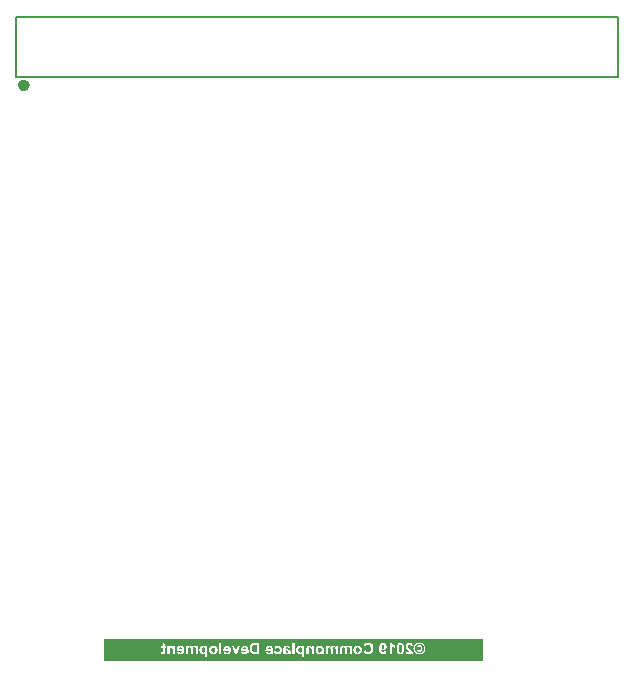
<source format=gbo>
G04*
G04 #@! TF.GenerationSoftware,Altium Limited,Altium Designer,19.1.8 (144)*
G04*
G04 Layer_Color=32896*
%FSLAX25Y25*%
%MOIN*%
G70*
G01*
G75*
%ADD12C,0.00787*%
%ADD112C,0.01968*%
G36*
X199213Y1969D02*
X72835D01*
Y9283D01*
X199213D01*
Y1969D01*
D02*
G37*
%LPC*%
G36*
X169833Y8010D02*
Y7055D01*
X169831D01*
X169820Y7060D01*
X169806Y7066D01*
X169784Y7074D01*
X169757Y7085D01*
X169727Y7096D01*
X169691Y7112D01*
X169650Y7131D01*
X169607Y7156D01*
X169560Y7180D01*
X169508Y7208D01*
X169457Y7241D01*
X169399Y7276D01*
X169342Y7314D01*
X169282Y7358D01*
X169219Y7404D01*
X169216Y7407D01*
X169205Y7415D01*
X169186Y7432D01*
X169165Y7451D01*
X169137Y7475D01*
X169107Y7505D01*
X169074Y7538D01*
X169036Y7576D01*
X169001Y7620D01*
X168962Y7666D01*
X168924Y7716D01*
X168886Y7770D01*
X168851Y7825D01*
X168818Y7885D01*
X168788Y7948D01*
X168763Y8010D01*
X169833D01*
X168174D01*
Y4218D01*
X169833D01*
X168897D01*
Y6946D01*
X168902Y6940D01*
X168916Y6929D01*
X168938Y6910D01*
X168968Y6886D01*
X169006Y6856D01*
X169053Y6820D01*
X169104Y6779D01*
X169165Y6738D01*
X169230Y6695D01*
X169301Y6648D01*
X169377Y6602D01*
X169459Y6558D01*
X169547Y6514D01*
X169640Y6471D01*
X169735Y6432D01*
X169833Y6397D01*
Y8010D01*
D02*
G37*
G36*
X174652Y8010D02*
X174627D01*
X174597Y8008D01*
X174559Y8005D01*
X174513Y8002D01*
X174458Y7994D01*
X174398Y7986D01*
X174332Y7972D01*
X174264Y7956D01*
X174190Y7937D01*
X174117Y7912D01*
X174046Y7882D01*
X173972Y7847D01*
X173901Y7808D01*
X173836Y7762D01*
X173773Y7707D01*
X173770Y7705D01*
X173759Y7694D01*
X173743Y7677D01*
X173724Y7653D01*
X173699Y7623D01*
X173672Y7590D01*
X173642Y7546D01*
X173612Y7500D01*
X173582Y7448D01*
X173552Y7393D01*
X173524Y7331D01*
X173500Y7265D01*
X173481Y7194D01*
X173464Y7118D01*
X173453Y7039D01*
X173451Y6957D01*
Y5941D01*
Y6913D01*
X173453Y6891D01*
X173456Y6864D01*
X173459Y6834D01*
X173461Y6801D01*
X173472Y6727D01*
X173489Y6645D01*
X173513Y6558D01*
X173543Y6471D01*
Y6468D01*
X173549Y6460D01*
X173554Y6449D01*
X173560Y6430D01*
X173571Y6411D01*
X173584Y6386D01*
X173598Y6356D01*
X173614Y6326D01*
X173634Y6290D01*
X173655Y6252D01*
X173704Y6170D01*
X173765Y6083D01*
X173833Y5990D01*
X173836Y5987D01*
X173838Y5982D01*
X173846Y5974D01*
X173857Y5960D01*
X173874Y5941D01*
X173893Y5919D01*
X173915Y5895D01*
X173942Y5867D01*
X173972Y5835D01*
X174007Y5799D01*
X174046Y5758D01*
X174089Y5714D01*
X174136Y5668D01*
X174188Y5619D01*
X174245Y5564D01*
X174308Y5507D01*
X174311Y5504D01*
X174321Y5493D01*
X174340Y5477D01*
X174362Y5455D01*
X174390Y5430D01*
X174422Y5403D01*
X174455Y5370D01*
X174491Y5338D01*
X174564Y5267D01*
X174638Y5198D01*
X174671Y5166D01*
X174698Y5138D01*
X174725Y5111D01*
X174745Y5089D01*
X174747Y5084D01*
X174758Y5073D01*
X174777Y5051D01*
X174796Y5026D01*
X174821Y4997D01*
X174846Y4961D01*
X174870Y4925D01*
X174892Y4890D01*
X173451D01*
Y4893D01*
Y4218D01*
X175989D01*
Y4227D01*
Y4224D01*
X175987Y4235D01*
X175984Y4257D01*
X175979Y4284D01*
X175973Y4317D01*
X175965Y4358D01*
X175957Y4401D01*
X175943Y4451D01*
X175929Y4505D01*
X175910Y4562D01*
X175891Y4620D01*
X175869Y4682D01*
X175842Y4745D01*
X175812Y4811D01*
X175779Y4874D01*
X175744Y4939D01*
X175741Y4942D01*
X175733Y4955D01*
X175719Y4975D01*
X175703Y5002D01*
X175678Y5035D01*
X175645Y5076D01*
X175607Y5125D01*
X175564Y5179D01*
X175512Y5242D01*
X175454Y5310D01*
X175386Y5384D01*
X175312Y5466D01*
X175228Y5553D01*
X175138Y5644D01*
X175037Y5742D01*
X174927Y5846D01*
X174925Y5848D01*
X174922Y5851D01*
X174906Y5865D01*
X174881Y5889D01*
X174848Y5919D01*
X174810Y5957D01*
X174766Y5998D01*
X174720Y6045D01*
X174668Y6094D01*
X174567Y6198D01*
X174515Y6247D01*
X174469Y6299D01*
X174422Y6345D01*
X174384Y6389D01*
X174352Y6430D01*
X174327Y6463D01*
X174324Y6465D01*
X174321Y6473D01*
X174313Y6484D01*
X174302Y6501D01*
X174291Y6522D01*
X174281Y6544D01*
X174267Y6572D01*
X174250Y6602D01*
X174223Y6670D01*
X174201Y6744D01*
X174182Y6825D01*
X174179Y6866D01*
X174177Y6908D01*
Y6910D01*
Y6918D01*
Y6929D01*
X174179Y6948D01*
Y6967D01*
X174182Y6989D01*
X174193Y7044D01*
X174209Y7104D01*
X174231Y7167D01*
X174264Y7224D01*
X174286Y7254D01*
X174308Y7279D01*
X174311Y7282D01*
X174313Y7284D01*
X174321Y7290D01*
X174332Y7301D01*
X174346Y7309D01*
X174362Y7320D01*
X174381Y7333D01*
X174401Y7344D01*
X174452Y7369D01*
X174515Y7391D01*
X174586Y7404D01*
X174627Y7407D01*
X174668Y7410D01*
X174690D01*
X174706Y7407D01*
X174725D01*
X174747Y7402D01*
X174799Y7393D01*
X174856Y7377D01*
X174919Y7352D01*
X174947Y7336D01*
X174977Y7320D01*
X175004Y7298D01*
X175031Y7273D01*
X175034Y7271D01*
X175037Y7268D01*
X175045Y7260D01*
X175053Y7246D01*
X175064Y7232D01*
X175075Y7213D01*
X175086Y7191D01*
X175100Y7167D01*
X175113Y7137D01*
X175127Y7104D01*
X175140Y7066D01*
X175151Y7025D01*
X175162Y6978D01*
X175173Y6929D01*
X175179Y6877D01*
X175184Y6820D01*
X175905Y6891D01*
Y6894D01*
Y6899D01*
X175902Y6908D01*
Y6918D01*
X175899Y6932D01*
X175897Y6948D01*
X175888Y6989D01*
X175880Y7039D01*
X175867Y7093D01*
X175850Y7156D01*
X175831Y7221D01*
X175806Y7292D01*
X175779Y7363D01*
X175747Y7434D01*
X175708Y7505D01*
X175667Y7574D01*
X175618Y7636D01*
X175564Y7696D01*
X175504Y7748D01*
X175501Y7751D01*
X175487Y7759D01*
X175468Y7773D01*
X175443Y7789D01*
X175408Y7808D01*
X175370Y7830D01*
X175321Y7855D01*
X175269Y7879D01*
X175211Y7904D01*
X175146Y7929D01*
X175075Y7950D01*
X175001Y7969D01*
X174919Y7986D01*
X174835Y7999D01*
X174745Y8008D01*
X174652Y8010D01*
D02*
G37*
G36*
X155555Y7017D02*
Y6957D01*
X154889D01*
Y6583D01*
X154884Y6588D01*
X154873Y6602D01*
X154854Y6623D01*
X154826Y6651D01*
X154791Y6684D01*
X154750Y6719D01*
X154704Y6760D01*
X154649Y6801D01*
X154589Y6839D01*
X154524Y6880D01*
X154455Y6916D01*
X154379Y6948D01*
X154300Y6976D01*
X154215Y6998D01*
X154128Y7011D01*
X154037Y7017D01*
X154013D01*
X153994Y7014D01*
X153972D01*
X153945Y7011D01*
X153915Y7008D01*
X153882Y7003D01*
X153811Y6989D01*
X153735Y6970D01*
X153658Y6943D01*
X153582Y6907D01*
X153579D01*
X153573Y6902D01*
X153562Y6897D01*
X153549Y6888D01*
X153533Y6875D01*
X153513Y6861D01*
X153470Y6825D01*
X153418Y6779D01*
X153366Y6724D01*
X153314Y6656D01*
X153265Y6580D01*
X153262Y6583D01*
X153257Y6591D01*
X153246Y6602D01*
X153232Y6615D01*
X153216Y6634D01*
X153197Y6654D01*
X153175Y6678D01*
X153148Y6703D01*
X153090Y6755D01*
X153025Y6809D01*
X152954Y6861D01*
X152877Y6907D01*
X152875D01*
X152866Y6913D01*
X152855Y6918D01*
X152842Y6924D01*
X152820Y6932D01*
X152798Y6943D01*
X152771Y6951D01*
X152743Y6962D01*
X152711Y6973D01*
X152675Y6981D01*
X152599Y7000D01*
X152517Y7011D01*
X152430Y7017D01*
X152400D01*
X152378Y7014D01*
X152353D01*
X152323Y7011D01*
X152288Y7006D01*
X152252Y7000D01*
X152173Y6987D01*
X152086Y6965D01*
X152001Y6935D01*
X151960Y6916D01*
X151919Y6894D01*
X151916D01*
X151911Y6888D01*
X151900Y6880D01*
X151884Y6872D01*
X151867Y6858D01*
X151848Y6842D01*
X151826Y6823D01*
X151802Y6804D01*
X151777Y6779D01*
X151752Y6752D01*
X151725Y6722D01*
X151701Y6689D01*
X151676Y6656D01*
X151652Y6618D01*
X151608Y6533D01*
Y6531D01*
X151605Y6525D01*
X151600Y6514D01*
X151597Y6501D01*
X151589Y6482D01*
X151583Y6457D01*
X151578Y6430D01*
X151570Y6397D01*
X151561Y6359D01*
X151556Y6318D01*
X151548Y6271D01*
X151542Y6219D01*
X151540Y6165D01*
X151534Y6102D01*
X151531Y6037D01*
Y4218D01*
X155555D01*
Y7017D01*
D02*
G37*
G36*
X150863D02*
Y6957D01*
X150196D01*
Y6583D01*
X150191Y6588D01*
X150180Y6602D01*
X150161Y6623D01*
X150134Y6651D01*
X150098Y6684D01*
X150057Y6719D01*
X150011Y6760D01*
X149956Y6801D01*
X149896Y6839D01*
X149831Y6880D01*
X149762Y6916D01*
X149686Y6948D01*
X149607Y6976D01*
X149522Y6998D01*
X149435Y7011D01*
X149345Y7017D01*
X149320D01*
X149301Y7014D01*
X149279D01*
X149252Y7011D01*
X149222Y7008D01*
X149189Y7003D01*
X149118Y6989D01*
X149042Y6970D01*
X148965Y6943D01*
X148889Y6907D01*
X148886D01*
X148881Y6902D01*
X148870Y6897D01*
X148856Y6888D01*
X148840Y6875D01*
X148820Y6861D01*
X148777Y6825D01*
X148725Y6779D01*
X148673Y6724D01*
X148621Y6656D01*
X148572Y6580D01*
X148569Y6583D01*
X148564Y6591D01*
X148553Y6602D01*
X148539Y6615D01*
X148523Y6634D01*
X148504Y6654D01*
X148482Y6678D01*
X148455Y6703D01*
X148397Y6755D01*
X148332Y6809D01*
X148261Y6861D01*
X148184Y6907D01*
X148182D01*
X148173Y6913D01*
X148163Y6918D01*
X148149Y6924D01*
X148127Y6932D01*
X148105Y6943D01*
X148078Y6951D01*
X148051Y6962D01*
X148018Y6973D01*
X147982Y6981D01*
X147906Y7000D01*
X147824Y7011D01*
X147737Y7017D01*
X147707D01*
X147685Y7014D01*
X147660D01*
X147630Y7011D01*
X147595Y7006D01*
X147559Y7000D01*
X147480Y6987D01*
X147393Y6965D01*
X147308Y6935D01*
X147267Y6916D01*
X147226Y6894D01*
X147223D01*
X147218Y6888D01*
X147207Y6880D01*
X147191Y6872D01*
X147174Y6858D01*
X147155Y6842D01*
X147133Y6823D01*
X147109Y6804D01*
X147084Y6779D01*
X147060Y6752D01*
X147032Y6722D01*
X147008Y6689D01*
X146983Y6656D01*
X146959Y6618D01*
X146915Y6533D01*
Y6531D01*
X146912Y6525D01*
X146907Y6514D01*
X146904Y6501D01*
X146896Y6482D01*
X146890Y6457D01*
X146885Y6430D01*
X146877Y6397D01*
X146869Y6359D01*
X146863Y6318D01*
X146855Y6271D01*
X146849Y6219D01*
X146847Y6165D01*
X146841Y6102D01*
X146838Y6037D01*
Y4218D01*
X150863D01*
Y7017D01*
D02*
G37*
G36*
X102714Y7017D02*
X102689D01*
X102670Y7014D01*
X102648D01*
X102621Y7011D01*
X102591Y7008D01*
X102558Y7003D01*
X102487Y6989D01*
X102410Y6970D01*
X102334Y6943D01*
X102258Y6907D01*
X102255D01*
X102249Y6902D01*
X102239Y6897D01*
X102225Y6888D01*
X102208Y6875D01*
X102189Y6861D01*
X102146Y6825D01*
X102094Y6779D01*
X102042Y6724D01*
X101990Y6656D01*
X101941Y6580D01*
X101938Y6583D01*
X101933Y6591D01*
X101922Y6602D01*
X101908Y6615D01*
X101892Y6634D01*
X101873Y6654D01*
X101851Y6678D01*
X101824Y6703D01*
X101766Y6755D01*
X101701Y6809D01*
X101630Y6861D01*
X101553Y6907D01*
X101550D01*
X101542Y6913D01*
X101531Y6918D01*
X101518Y6924D01*
X101496Y6932D01*
X101474Y6943D01*
X101447Y6951D01*
X101419Y6962D01*
X101387Y6973D01*
X101351Y6981D01*
X101275Y7000D01*
X101193Y7011D01*
X101106Y7017D01*
X101075D01*
D01*
X100207D01*
X101075D01*
X101054Y7014D01*
X101029D01*
X100999Y7011D01*
X100964Y7006D01*
X100928Y7000D01*
X100849Y6987D01*
X100762Y6965D01*
X100677Y6935D01*
X100636Y6916D01*
X100595Y6894D01*
X100592D01*
X100587Y6888D01*
X100576Y6880D01*
X100560Y6872D01*
X100543Y6858D01*
X100524Y6842D01*
X100502Y6823D01*
X100478Y6804D01*
X100453Y6779D01*
X100428Y6752D01*
X100401Y6722D01*
X100377Y6689D01*
X100352Y6656D01*
X100328Y6618D01*
X100284Y6533D01*
Y6531D01*
X100281Y6525D01*
X100276Y6514D01*
X100273Y6501D01*
X100265Y6482D01*
X100259Y6457D01*
X100254Y6430D01*
X100246Y6397D01*
X100237Y6359D01*
X100232Y6318D01*
X100224Y6271D01*
X100218Y6219D01*
X100216Y6165D01*
X100210Y6102D01*
X100207Y6037D01*
Y7017D01*
D01*
D01*
Y4218D01*
X104231D01*
Y6957D01*
X103565D01*
Y6583D01*
X103560Y6588D01*
X103549Y6602D01*
X103530Y6623D01*
X103503Y6651D01*
X103467Y6684D01*
X103426Y6719D01*
X103380Y6760D01*
X103325Y6801D01*
X103265Y6839D01*
X103200Y6880D01*
X103131Y6916D01*
X103055Y6948D01*
X102976Y6976D01*
X102891Y6998D01*
X102804Y7011D01*
X102714Y7017D01*
D02*
G37*
G36*
X142899Y7017D02*
Y6957D01*
X142227D01*
Y6553D01*
X142222Y6558D01*
X142211Y6572D01*
X142192Y6596D01*
X142162Y6626D01*
X142127Y6659D01*
X142086Y6700D01*
X142036Y6741D01*
X141979Y6785D01*
X141919Y6828D01*
X141851Y6869D01*
X141774Y6910D01*
X141695Y6943D01*
X141611Y6973D01*
X141521Y6998D01*
X141425Y7011D01*
X141324Y7017D01*
X141283D01*
X141261Y7014D01*
X141237Y7011D01*
X141209Y7008D01*
X141179Y7006D01*
X141111Y6995D01*
X141037Y6981D01*
X140964Y6959D01*
X140887Y6929D01*
X140884D01*
X140879Y6927D01*
X140868Y6921D01*
X140854Y6913D01*
X140838Y6905D01*
X140819Y6894D01*
X140775Y6869D01*
X140726Y6837D01*
X140677Y6798D01*
X140628Y6757D01*
X140587Y6708D01*
Y6705D01*
X140581Y6703D01*
X140576Y6695D01*
X140570Y6684D01*
X140551Y6656D01*
X140530Y6621D01*
X140505Y6574D01*
X140483Y6525D01*
X140461Y6468D01*
X140442Y6405D01*
Y6402D01*
X140439Y6397D01*
Y6389D01*
X140437Y6375D01*
X140431Y6356D01*
X140428Y6334D01*
X140426Y6310D01*
X140420Y6279D01*
X140418Y6247D01*
X140415Y6211D01*
X140409Y6170D01*
X140407Y6127D01*
X140404Y6080D01*
Y6028D01*
X140401Y5974D01*
Y4218D01*
X142899D01*
Y7017D01*
D02*
G37*
G36*
X139689D02*
Y6957D01*
X139014D01*
Y6553D01*
X139012Y6555D01*
X139009Y6561D01*
X139001Y6572D01*
X138990Y6588D01*
X138976Y6604D01*
X138960Y6626D01*
X138943Y6648D01*
X138921Y6673D01*
X138870Y6724D01*
X138810Y6782D01*
X138739Y6837D01*
X138659Y6888D01*
X138657Y6891D01*
X138648Y6894D01*
X138638Y6899D01*
X138621Y6907D01*
X138599Y6918D01*
X138575Y6929D01*
X138545Y6940D01*
X138512Y6954D01*
X138477Y6965D01*
X138438Y6976D01*
X138354Y6998D01*
X138261Y7011D01*
X138212Y7017D01*
X138138D01*
X138113Y7014D01*
X138081Y7011D01*
X138040Y7006D01*
X137991Y6998D01*
X137939Y6987D01*
X137879Y6970D01*
X137816Y6951D01*
X137753Y6927D01*
X137685Y6897D01*
X137617Y6858D01*
X137548Y6817D01*
X137480Y6765D01*
X137412Y6708D01*
X137349Y6643D01*
X137346Y6637D01*
X137335Y6626D01*
X137319Y6604D01*
X137297Y6574D01*
X137273Y6536D01*
X137243Y6490D01*
X137213Y6435D01*
X137182Y6372D01*
X137153Y6301D01*
X137122Y6225D01*
X137092Y6138D01*
X137068Y6045D01*
X137046Y5944D01*
X137030Y5837D01*
X137019Y5723D01*
X137016Y5600D01*
Y5553D01*
X137019Y5534D01*
Y5512D01*
X137021Y5488D01*
X137027Y5430D01*
X137032Y5362D01*
X137043Y5289D01*
X137057Y5209D01*
X137076Y5125D01*
X137098Y5040D01*
X137125Y4950D01*
X137158Y4863D01*
X137196Y4775D01*
X137240Y4691D01*
X137292Y4609D01*
X137352Y4535D01*
X137355Y4530D01*
X137368Y4519D01*
X137384Y4500D01*
X137412Y4475D01*
X137445Y4448D01*
X137483Y4415D01*
X137529Y4380D01*
X137578Y4347D01*
X137636Y4311D01*
X137698Y4276D01*
X137764Y4243D01*
X137838Y4216D01*
X137911Y4191D01*
X137993Y4172D01*
X138078Y4161D01*
X138165Y4156D01*
X138187D01*
X138204Y4158D01*
X138225D01*
X138247Y4161D01*
X138275Y4164D01*
X138302Y4166D01*
X138367Y4177D01*
X138438Y4194D01*
X138509Y4216D01*
X138580Y4246D01*
X138583D01*
X138589Y4251D01*
X138599Y4257D01*
X138613Y4262D01*
X138629Y4273D01*
X138648Y4287D01*
X138670Y4300D01*
X138698Y4319D01*
X138755Y4360D01*
X138785Y4385D01*
X138821Y4415D01*
X138853Y4445D01*
X138891Y4478D01*
X138927Y4516D01*
X138965Y4554D01*
Y3178D01*
X137016D01*
X139689D01*
Y7017D01*
D02*
G37*
G36*
X133906D02*
X132599D01*
X133860D01*
X133827Y7014D01*
X133786D01*
X133740Y7011D01*
X133688Y7008D01*
X133633Y7003D01*
X133576Y6998D01*
X133516Y6989D01*
X133396Y6967D01*
X133339Y6957D01*
X133281Y6940D01*
X133229Y6921D01*
X133183Y6902D01*
X133180D01*
X133172Y6897D01*
X133161Y6891D01*
X133145Y6880D01*
X133126Y6869D01*
X133104Y6856D01*
X133052Y6823D01*
X132997Y6779D01*
X132943Y6730D01*
X132891Y6673D01*
X132869Y6643D01*
X132850Y6610D01*
Y6607D01*
X132844Y6602D01*
X132842Y6591D01*
X132834Y6574D01*
X132828Y6555D01*
X132820Y6528D01*
X132809Y6498D01*
X132801Y6462D01*
X132793Y6421D01*
X132782Y6372D01*
X132774Y6320D01*
X132768Y6260D01*
X132760Y6195D01*
X132757Y6124D01*
X132752Y6045D01*
Y5960D01*
X132763Y5117D01*
Y5114D01*
Y5100D01*
Y5081D01*
Y5057D01*
Y5026D01*
X132760Y4994D01*
Y4955D01*
X132757Y4914D01*
X132754Y4827D01*
X132749Y4740D01*
X132746Y4696D01*
X132741Y4655D01*
X132735Y4620D01*
X132730Y4584D01*
Y4581D01*
X132727Y4576D01*
Y4568D01*
X132722Y4554D01*
X132719Y4538D01*
X132713Y4519D01*
X132700Y4475D01*
X132684Y4420D01*
X132659Y4358D01*
X132632Y4289D01*
X132599Y4218D01*
X133314D01*
Y4221D01*
X133320Y4232D01*
X133325Y4248D01*
X133333Y4273D01*
X133344Y4303D01*
X133358Y4338D01*
X133371Y4382D01*
X133385Y4431D01*
Y4434D01*
X133388Y4442D01*
X133390Y4453D01*
X133396Y4467D01*
X133404Y4494D01*
X133407Y4505D01*
X133410Y4516D01*
X133412Y4513D01*
X133418Y4508D01*
X133429Y4500D01*
X133442Y4486D01*
X133459Y4472D01*
X133481Y4453D01*
X133502Y4434D01*
X133530Y4415D01*
X133587Y4371D01*
X133655Y4325D01*
X133729Y4284D01*
X133808Y4246D01*
X133811D01*
X133816Y4243D01*
X133830Y4237D01*
X133844Y4232D01*
X133866Y4224D01*
X133887Y4218D01*
X133915Y4210D01*
X133942Y4202D01*
X133975Y4191D01*
X134010Y4183D01*
X134087Y4169D01*
X134171Y4158D01*
X134259Y4156D01*
X132599D01*
X135168D01*
Y4186D01*
Y4156D01*
X134278D01*
X134300Y4158D01*
X134330D01*
X134365Y4164D01*
X134406Y4166D01*
X134450Y4175D01*
X134502Y4186D01*
X134554Y4197D01*
X134608Y4213D01*
X134663Y4229D01*
X134717Y4251D01*
X134772Y4279D01*
X134827Y4309D01*
X134878Y4344D01*
X134925Y4385D01*
X134927Y4388D01*
X134936Y4396D01*
X134947Y4409D01*
X134963Y4426D01*
X134982Y4448D01*
X135001Y4475D01*
X135023Y4508D01*
X135045Y4543D01*
X135070Y4584D01*
X135091Y4628D01*
X135110Y4674D01*
X135129Y4726D01*
X135146Y4781D01*
X135157Y4838D01*
X135165Y4901D01*
X135168Y4964D01*
Y4186D01*
Y4964D01*
Y4986D01*
D01*
Y4988D01*
Y4986D01*
X135165Y5002D01*
Y5024D01*
X135162Y5046D01*
X135160Y5073D01*
X135154Y5103D01*
X135141Y5166D01*
X135121Y5237D01*
X135094Y5308D01*
X135059Y5376D01*
X135056Y5379D01*
X135053Y5384D01*
X135048Y5392D01*
X135037Y5406D01*
X135012Y5439D01*
X134977Y5480D01*
X134933Y5523D01*
X134881Y5570D01*
X134818Y5616D01*
X134747Y5654D01*
X134745D01*
X134739Y5660D01*
X134725Y5665D01*
X134709Y5671D01*
X134690Y5679D01*
X134666Y5690D01*
X134635Y5701D01*
X134600Y5712D01*
X134562Y5725D01*
X134518Y5739D01*
X134472Y5753D01*
X134420Y5766D01*
X134365Y5783D01*
X134305Y5796D01*
X134240Y5810D01*
X134171Y5824D01*
X134166D01*
X134150Y5829D01*
X134122Y5832D01*
X134089Y5840D01*
X134048Y5848D01*
X133999Y5859D01*
X133948Y5870D01*
X133893Y5881D01*
X133775Y5911D01*
X133661Y5941D01*
X133606Y5955D01*
X133554Y5971D01*
X133508Y5987D01*
X133467Y6004D01*
Y6075D01*
Y6078D01*
Y6083D01*
Y6094D01*
X133470Y6107D01*
Y6127D01*
X133472Y6146D01*
X133481Y6190D01*
X133492Y6239D01*
X133511Y6288D01*
X133535Y6334D01*
X133552Y6353D01*
X133571Y6372D01*
X133576Y6375D01*
X133582Y6381D01*
X133593Y6386D01*
X133604Y6394D01*
X133620Y6400D01*
X133636Y6408D01*
X133658Y6419D01*
X133683Y6427D01*
X133713Y6435D01*
X133743Y6441D01*
X133778Y6449D01*
X133819Y6454D01*
X133863Y6460D01*
X133909Y6462D01*
X133994D01*
X134010Y6460D01*
X134029D01*
X134070Y6454D01*
X134119Y6443D01*
X134171Y6430D01*
X134221Y6411D01*
X134264Y6386D01*
X134270Y6383D01*
X134281Y6372D01*
X134302Y6351D01*
X134324Y6323D01*
X134352Y6288D01*
X134381Y6241D01*
X134409Y6184D01*
X134436Y6118D01*
X135094Y6236D01*
X135091Y6241D01*
X135089Y6252D01*
X135083Y6274D01*
X135072Y6301D01*
X135061Y6334D01*
X135045Y6372D01*
X135026Y6413D01*
X135007Y6457D01*
X134982Y6506D01*
X134952Y6553D01*
X134922Y6602D01*
X134887Y6651D01*
X134851Y6697D01*
X134807Y6744D01*
X134764Y6785D01*
X134715Y6823D01*
X134712Y6825D01*
X134701Y6831D01*
X134685Y6842D01*
X134663Y6853D01*
X134635Y6866D01*
X134600Y6883D01*
X134559Y6902D01*
X134510Y6921D01*
X134458Y6938D01*
X134398Y6957D01*
X134330Y6973D01*
X134259Y6987D01*
X134179Y6998D01*
X134095Y7008D01*
X134005Y7014D01*
X133906Y7017D01*
D02*
G37*
G36*
X162664Y8060D02*
Y6113D01*
X162662Y6135D01*
Y6162D01*
X162659Y6192D01*
X162656Y6228D01*
X162653Y6266D01*
X162651Y6307D01*
X162645Y6351D01*
X162640Y6397D01*
X162623Y6498D01*
X162604Y6607D01*
X162577Y6724D01*
X162547Y6845D01*
X162506Y6965D01*
X162460Y7088D01*
X162402Y7208D01*
X162339Y7322D01*
X162263Y7434D01*
X162222Y7486D01*
X162178Y7535D01*
X162176Y7538D01*
X162173Y7541D01*
X162165Y7549D01*
X162156Y7557D01*
X162129Y7585D01*
X162091Y7617D01*
X162042Y7658D01*
X161982Y7702D01*
X161914Y7748D01*
X161837Y7797D01*
X161750Y7847D01*
X161652Y7893D01*
X161548Y7939D01*
X161433Y7978D01*
X161310Y8010D01*
X161182Y8038D01*
X161043Y8054D01*
X160972Y8057D01*
X160898Y8060D01*
X160868D01*
X160852Y8057D01*
X160833D01*
X160808Y8054D01*
X160783D01*
X160723Y8046D01*
X160658Y8038D01*
X160581Y8024D01*
X160499Y8008D01*
X160412Y7986D01*
X160319Y7959D01*
X160226Y7926D01*
X160131Y7885D01*
X160038Y7838D01*
X159945Y7784D01*
X159858Y7721D01*
X159773Y7647D01*
X159771Y7644D01*
X159762Y7636D01*
X159749Y7623D01*
X159732Y7604D01*
X159711Y7579D01*
X159686Y7546D01*
X159659Y7511D01*
X159629Y7470D01*
X159599Y7423D01*
X159566Y7372D01*
X159533Y7314D01*
X159500Y7254D01*
X159470Y7186D01*
X159440Y7115D01*
X159410Y7036D01*
X159386Y6954D01*
X160142Y6774D01*
Y6776D01*
X160144Y6787D01*
X160150Y6801D01*
X160155Y6823D01*
X160164Y6847D01*
X160175Y6875D01*
X160188Y6907D01*
X160202Y6940D01*
X160240Y7014D01*
X160265Y7052D01*
X160289Y7090D01*
X160317Y7129D01*
X160349Y7167D01*
X160385Y7202D01*
X160423Y7235D01*
X160426Y7238D01*
X160431Y7243D01*
X160445Y7251D01*
X160461Y7262D01*
X160480Y7276D01*
X160505Y7290D01*
X160535Y7306D01*
X160565Y7322D01*
X160603Y7336D01*
X160641Y7352D01*
X160685Y7366D01*
X160729Y7380D01*
X160778Y7391D01*
X160830Y7399D01*
X160882Y7404D01*
X160939Y7407D01*
X160958D01*
X160980Y7404D01*
X161007Y7402D01*
X161043Y7399D01*
X161084Y7391D01*
X161130Y7383D01*
X161179Y7369D01*
X161234Y7352D01*
X161288Y7333D01*
X161346Y7309D01*
X161403Y7279D01*
X161458Y7243D01*
X161515Y7205D01*
X161567Y7159D01*
X161619Y7104D01*
X161621Y7101D01*
X161630Y7090D01*
X161643Y7071D01*
X161660Y7047D01*
X161679Y7014D01*
X161701Y6973D01*
X161725Y6927D01*
X161747Y6869D01*
X161772Y6806D01*
X161796Y6733D01*
X161818Y6654D01*
X161837Y6566D01*
X161854Y6468D01*
X161867Y6364D01*
X161875Y6250D01*
X161878Y6127D01*
Y6124D01*
Y6118D01*
Y6107D01*
Y6097D01*
Y6078D01*
X161875Y6058D01*
Y6037D01*
X161873Y6009D01*
X161870Y5952D01*
X161864Y5884D01*
X161856Y5810D01*
X161845Y5731D01*
X161832Y5649D01*
X161815Y5564D01*
X161793Y5480D01*
X161769Y5395D01*
X161742Y5316D01*
X161706Y5239D01*
X161668Y5171D01*
X161621Y5108D01*
X161619Y5106D01*
X161610Y5095D01*
X161594Y5081D01*
X161575Y5062D01*
X161550Y5037D01*
X161518Y5013D01*
X161482Y4986D01*
X161441Y4958D01*
X161395Y4928D01*
X161346Y4901D01*
X161291Y4876D01*
X161231Y4852D01*
X161168Y4833D01*
X161100Y4819D01*
X161029Y4808D01*
X160953Y4805D01*
X160923D01*
X160901Y4808D01*
X160876Y4811D01*
X160846Y4816D01*
X160811Y4822D01*
X160772Y4830D01*
X160734Y4838D01*
X160693Y4852D01*
X160650Y4868D01*
X160606Y4887D01*
X160559Y4909D01*
X160516Y4934D01*
X160472Y4964D01*
X160431Y4996D01*
X160429Y4999D01*
X160420Y5005D01*
X160409Y5018D01*
X160396Y5035D01*
X160377Y5054D01*
X160355Y5081D01*
X160333Y5111D01*
X160308Y5147D01*
X160284Y5185D01*
X160257Y5231D01*
X160229Y5280D01*
X160205Y5335D01*
X160180Y5398D01*
X160155Y5460D01*
X160134Y5531D01*
X160115Y5608D01*
X159375Y5373D01*
Y5370D01*
X159377Y5365D01*
X159380Y5357D01*
X159383Y5346D01*
X159388Y5332D01*
X159394Y5313D01*
X159407Y5272D01*
X159426Y5220D01*
X159451Y5160D01*
X159478Y5095D01*
X159511Y5026D01*
X159547Y4953D01*
X159588Y4876D01*
X159634Y4800D01*
X159686Y4723D01*
X159743Y4650D01*
X159803Y4579D01*
X159871Y4513D01*
X159942Y4453D01*
X159948Y4450D01*
X159962Y4439D01*
X159984Y4426D01*
X160013Y4407D01*
X160052Y4385D01*
X160098Y4358D01*
X160153Y4330D01*
X160215Y4303D01*
X160284Y4276D01*
X160360Y4248D01*
X160442Y4224D01*
X160532Y4199D01*
X160625Y4180D01*
X160726Y4166D01*
X160833Y4156D01*
X160944Y4153D01*
X159375D01*
X162664D01*
Y8060D01*
D02*
G37*
G36*
X178059Y8073D02*
X176085D01*
X178037D01*
X178010Y8070D01*
X177971D01*
X177928Y8065D01*
X177873Y8060D01*
X177813Y8051D01*
X177748Y8040D01*
X177677Y8027D01*
X177600Y8010D01*
X177518Y7988D01*
X177436Y7964D01*
X177349Y7937D01*
X177262Y7901D01*
X177174Y7863D01*
X177087Y7817D01*
X177084D01*
X177082Y7814D01*
X177065Y7806D01*
X177043Y7789D01*
X177011Y7770D01*
X176970Y7743D01*
X176926Y7710D01*
X176874Y7675D01*
X176819Y7631D01*
X176762Y7582D01*
X176702Y7527D01*
X176642Y7467D01*
X176579Y7402D01*
X176519Y7331D01*
X176462Y7254D01*
X176404Y7175D01*
X176353Y7088D01*
X176350Y7082D01*
X176342Y7066D01*
X176328Y7041D01*
X176312Y7006D01*
X176290Y6962D01*
X176268Y6910D01*
X176243Y6853D01*
X176219Y6787D01*
X176194Y6716D01*
X176170Y6640D01*
X176148Y6558D01*
X176126Y6471D01*
X176110Y6383D01*
X176096Y6290D01*
X176088Y6195D01*
X176085Y6099D01*
D01*
Y6078D01*
X176088Y6047D01*
Y6012D01*
X176093Y5966D01*
X176099Y5911D01*
X176107Y5851D01*
X176118Y5783D01*
X176131Y5709D01*
X176148Y5632D01*
X176170Y5551D01*
X176194Y5466D01*
X176224Y5379D01*
X176260Y5291D01*
X176301Y5201D01*
X176347Y5114D01*
X176350Y5108D01*
X176358Y5092D01*
X176374Y5070D01*
X176396Y5037D01*
X176421Y4997D01*
X176454Y4953D01*
X176492Y4901D01*
X176535Y4849D01*
X176587Y4789D01*
X176642Y4732D01*
X176702Y4669D01*
X176768Y4609D01*
X176836Y4549D01*
X176912Y4491D01*
X176994Y4437D01*
X177079Y4385D01*
X177084Y4382D01*
X177101Y4374D01*
X177125Y4360D01*
X177161Y4344D01*
X177202Y4325D01*
X177253Y4303D01*
X177311Y4279D01*
X177376Y4257D01*
X177447Y4232D01*
X177524Y4208D01*
X177603Y4186D01*
X177690Y4166D01*
X177778Y4150D01*
X177870Y4137D01*
X177963Y4128D01*
X178059Y4126D01*
X176085D01*
X180033D01*
Y6121D01*
X180030Y6151D01*
X180027Y6187D01*
X180024Y6233D01*
X180019Y6288D01*
X180011Y6348D01*
X180000Y6416D01*
X179986Y6490D01*
X179967Y6566D01*
X179945Y6648D01*
X179921Y6733D01*
X179891Y6820D01*
X179855Y6910D01*
X179814Y6998D01*
X179768Y7088D01*
Y7090D01*
X179765Y7093D01*
X179754Y7109D01*
X179741Y7134D01*
X179719Y7167D01*
X179691Y7205D01*
X179659Y7251D01*
X179620Y7303D01*
X179577Y7358D01*
X179525Y7415D01*
X179470Y7475D01*
X179410Y7535D01*
X179345Y7595D01*
X179274Y7655D01*
X179200Y7713D01*
X179118Y7767D01*
X179033Y7817D01*
X179031D01*
X179028Y7819D01*
X179012Y7828D01*
X178987Y7841D01*
X178952Y7858D01*
X178911Y7877D01*
X178859Y7898D01*
X178801Y7920D01*
X178736Y7945D01*
X178665Y7969D01*
X178591Y7991D01*
X178509Y8013D01*
X178425Y8032D01*
X178337Y8049D01*
X178247Y8062D01*
X178154Y8070D01*
X178059Y8073D01*
D02*
G37*
G36*
X94982Y7017D02*
X94941D01*
X94919Y7014D01*
X94895Y7011D01*
X94867Y7008D01*
X94837Y7006D01*
X94769Y6995D01*
X94696Y6981D01*
X94622Y6959D01*
X94545Y6929D01*
X94543D01*
X94537Y6927D01*
X94526Y6921D01*
X94513Y6913D01*
X94496Y6905D01*
X94477Y6894D01*
X94433Y6869D01*
X94384Y6837D01*
X94335Y6798D01*
X94286Y6757D01*
X94245Y6708D01*
Y6705D01*
X94240Y6703D01*
X94234Y6695D01*
X94229Y6684D01*
X94210Y6656D01*
X94188Y6621D01*
X94163Y6574D01*
X94141Y6525D01*
X94120Y6468D01*
X94100Y6405D01*
Y6402D01*
X94098Y6397D01*
Y6389D01*
X94095Y6375D01*
X94090Y6356D01*
X94087Y6334D01*
X94084Y6310D01*
X94078Y6279D01*
X94076Y6247D01*
X94073Y6211D01*
X94068Y6170D01*
X94065Y6127D01*
X94062Y6080D01*
Y6028D01*
X94059Y5974D01*
Y7017D01*
D01*
D01*
Y4218D01*
X94783D01*
Y5613D01*
Y5619D01*
Y5632D01*
Y5654D01*
Y5684D01*
X94786Y5720D01*
Y5761D01*
Y5804D01*
X94788Y5851D01*
X94794Y5946D01*
X94799Y5996D01*
X94805Y6042D01*
X94810Y6086D01*
X94816Y6124D01*
X94824Y6159D01*
X94832Y6187D01*
Y6189D01*
X94835Y6192D01*
X94840Y6209D01*
X94851Y6233D01*
X94867Y6260D01*
X94889Y6293D01*
X94914Y6329D01*
X94947Y6359D01*
X94982Y6389D01*
X94988Y6391D01*
X95001Y6400D01*
X95023Y6413D01*
X95053Y6427D01*
X95089Y6438D01*
X95132Y6452D01*
X95182Y6460D01*
X95233Y6462D01*
X95252D01*
X95266Y6460D01*
X95283D01*
X95302Y6457D01*
X95348Y6449D01*
X95400Y6438D01*
X95457Y6419D01*
X95517Y6394D01*
X95575Y6359D01*
X95577D01*
X95580Y6353D01*
X95588Y6348D01*
X95599Y6340D01*
X95624Y6318D01*
X95657Y6285D01*
X95689Y6247D01*
X95725Y6198D01*
X95755Y6143D01*
X95779Y6083D01*
Y6080D01*
X95782Y6075D01*
X95785Y6064D01*
X95788Y6050D01*
X95793Y6031D01*
X95796Y6007D01*
X95801Y5976D01*
X95807Y5941D01*
X95812Y5900D01*
X95818Y5856D01*
X95820Y5804D01*
X95826Y5747D01*
X95828Y5684D01*
X95831Y5613D01*
X95834Y5537D01*
Y5455D01*
Y4218D01*
X96557D01*
Y6957D01*
X95886D01*
Y6553D01*
X95880Y6558D01*
X95869Y6572D01*
X95850Y6596D01*
X95820Y6626D01*
X95785Y6659D01*
X95744Y6700D01*
X95695Y6741D01*
X95637Y6785D01*
X95577Y6828D01*
X95509Y6869D01*
X95433Y6910D01*
X95353Y6943D01*
X95269Y6973D01*
X95179Y6998D01*
X95083Y7011D01*
X94982Y7017D01*
D02*
G37*
G36*
X165940Y8010D02*
X165916D01*
X165902Y8008D01*
X165886D01*
X165845Y8002D01*
X165796Y7997D01*
X165738Y7986D01*
X165675Y7972D01*
X165607Y7956D01*
X165534Y7931D01*
X165457Y7901D01*
X165378Y7866D01*
X165299Y7822D01*
X165220Y7773D01*
X165143Y7713D01*
X165067Y7644D01*
X164996Y7565D01*
X164990Y7560D01*
X164979Y7543D01*
X164971Y7533D01*
X164963Y7519D01*
X164949Y7500D01*
X164938Y7481D01*
X164925Y7456D01*
X164911Y7432D01*
X164895Y7402D01*
X164878Y7372D01*
X164862Y7336D01*
X164846Y7298D01*
X164829Y7260D01*
X164810Y7216D01*
X164794Y7169D01*
X164777Y7120D01*
X164761Y7068D01*
X164745Y7014D01*
X164728Y6954D01*
X164712Y6894D01*
X164698Y6828D01*
X164684Y6760D01*
X164674Y6689D01*
X164660Y6615D01*
X164652Y6539D01*
X164644Y6457D01*
X164635Y6372D01*
X164630Y6288D01*
X164627Y6195D01*
Y6056D01*
X164630Y6034D01*
Y6004D01*
Y5971D01*
X164633Y5933D01*
X164635Y5892D01*
X164638Y5848D01*
X164644Y5802D01*
X164646Y5750D01*
X164660Y5643D01*
X164676Y5529D01*
X164696Y5406D01*
X164720Y5283D01*
X164753Y5158D01*
X164788Y5035D01*
X164835Y4917D01*
X164884Y4805D01*
X164914Y4751D01*
X164944Y4702D01*
X164977Y4653D01*
X165012Y4609D01*
X165018Y4603D01*
X165029Y4590D01*
X165050Y4568D01*
X165083Y4538D01*
X165121Y4502D01*
X165165Y4464D01*
X165220Y4423D01*
X165282Y4380D01*
X165351Y4336D01*
X165427Y4295D01*
X165509Y4257D01*
X165596Y4221D01*
X165692Y4194D01*
X165793Y4169D01*
X165902Y4156D01*
X166014Y4150D01*
X164627D01*
D01*
X167150D01*
D01*
X166033D01*
X166058Y4153D01*
X166088D01*
X166126Y4158D01*
X166167Y4164D01*
X166216Y4169D01*
X166268Y4180D01*
X166325Y4191D01*
X166383Y4208D01*
X166443Y4227D01*
X166503Y4248D01*
X166563Y4276D01*
X166620Y4309D01*
X166677Y4344D01*
X166729Y4385D01*
X166732Y4388D01*
X166740Y4396D01*
X166754Y4409D01*
X166773Y4429D01*
X166795Y4453D01*
X166819Y4486D01*
X166847Y4521D01*
X166874Y4562D01*
X166904Y4609D01*
X166934Y4661D01*
X166964Y4721D01*
X166991Y4783D01*
X167019Y4852D01*
X167041Y4928D01*
X167062Y5007D01*
X167079Y5092D01*
X166377Y5171D01*
Y5168D01*
Y5163D01*
X166374Y5149D01*
X166372Y5136D01*
X166369Y5119D01*
X166364Y5097D01*
X166353Y5051D01*
X166333Y4999D01*
X166312Y4945D01*
X166282Y4895D01*
X166246Y4852D01*
X166241Y4846D01*
X166227Y4835D01*
X166202Y4819D01*
X166170Y4803D01*
X166129Y4783D01*
X166077Y4767D01*
X166019Y4756D01*
X165957Y4751D01*
X165946D01*
X165935Y4753D01*
X165919D01*
X165899Y4756D01*
X165877Y4762D01*
X165826Y4775D01*
X165796Y4786D01*
X165766Y4800D01*
X165733Y4816D01*
X165703Y4838D01*
X165670Y4860D01*
X165637Y4887D01*
X165607Y4920D01*
X165577Y4955D01*
X165575Y4958D01*
X165569Y4966D01*
X165564Y4980D01*
X165553Y4999D01*
X165539Y5024D01*
X165525Y5057D01*
X165509Y5095D01*
X165493Y5141D01*
X165476Y5193D01*
X165457Y5256D01*
X165441Y5327D01*
X165424Y5406D01*
X165411Y5493D01*
X165397Y5589D01*
X165383Y5695D01*
X165375Y5813D01*
X165378Y5810D01*
X165389Y5799D01*
X165402Y5783D01*
X165424Y5764D01*
X165452Y5739D01*
X165484Y5712D01*
X165520Y5684D01*
X165564Y5654D01*
X165610Y5624D01*
X165662Y5597D01*
X165719Y5570D01*
X165779Y5545D01*
X165842Y5526D01*
X165910Y5510D01*
X165981Y5499D01*
X166058Y5496D01*
X166077D01*
X166101Y5499D01*
X166131Y5502D01*
X166170Y5507D01*
X166216Y5515D01*
X166265Y5523D01*
X166320Y5540D01*
X166380Y5556D01*
X166440Y5581D01*
X166505Y5608D01*
X166571Y5641D01*
X166637Y5679D01*
X166702Y5725D01*
X166765Y5777D01*
X166828Y5837D01*
X166830Y5840D01*
X166841Y5854D01*
X166858Y5873D01*
X166877Y5900D01*
X166901Y5933D01*
X166929Y5976D01*
X166959Y6023D01*
X166989Y6078D01*
X167019Y6140D01*
X167049Y6206D01*
X167076Y6279D01*
X167101Y6361D01*
X167120Y6446D01*
X167136Y6536D01*
X167147Y6632D01*
X167150Y6733D01*
Y6757D01*
X167147Y6771D01*
Y6787D01*
X167144Y6828D01*
X167139Y6877D01*
X167131Y6932D01*
X167122Y6995D01*
X167106Y7063D01*
X167090Y7137D01*
X167065Y7210D01*
X167038Y7287D01*
X167005Y7366D01*
X166967Y7442D01*
X166920Y7516D01*
X166868Y7590D01*
X166808Y7658D01*
X166806Y7661D01*
X166792Y7675D01*
X166773Y7691D01*
X166746Y7713D01*
X166713Y7740D01*
X166672Y7770D01*
X166626Y7803D01*
X166571Y7836D01*
X166511Y7868D01*
X166445Y7898D01*
X166374Y7929D01*
X166298Y7956D01*
X166216Y7978D01*
X166129Y7994D01*
X166036Y8008D01*
X165940Y8010D01*
D02*
G37*
G36*
X118310Y6957D02*
X116657D01*
X117551D01*
X117035Y5559D01*
X116885Y5092D01*
Y5095D01*
X116882Y5100D01*
X116879Y5108D01*
X116874Y5122D01*
X116866Y5152D01*
X116852Y5187D01*
X116841Y5229D01*
X116828Y5267D01*
X116819Y5300D01*
X116814Y5316D01*
X116811Y5327D01*
X116808Y5332D01*
X116806Y5346D01*
X116798Y5370D01*
X116787Y5398D01*
X116776Y5433D01*
X116762Y5474D01*
X116748Y5515D01*
X116732Y5559D01*
X116213Y6957D01*
X115468D01*
X116555Y4218D01*
X117207D01*
X118310Y6957D01*
D02*
G37*
G36*
X92569Y7926D02*
Y6957D01*
X92075D01*
Y6380D01*
X92569D01*
Y5275D01*
Y5272D01*
Y5261D01*
Y5245D01*
Y5220D01*
Y5196D01*
Y5166D01*
X92566Y5100D01*
Y5032D01*
X92563Y4999D01*
Y4966D01*
X92561Y4939D01*
Y4914D01*
X92558Y4895D01*
X92555Y4882D01*
Y4879D01*
X92553Y4874D01*
X92547Y4863D01*
X92541Y4849D01*
X92533Y4835D01*
X92522Y4822D01*
X92509Y4805D01*
X92492Y4792D01*
X92490Y4789D01*
X92484Y4786D01*
X92473Y4781D01*
X92457Y4775D01*
X92440Y4767D01*
X92419Y4762D01*
X92394Y4759D01*
X92370Y4756D01*
X92351D01*
X92329Y4759D01*
X92296Y4764D01*
X92255Y4773D01*
X92203Y4786D01*
X92146Y4803D01*
X92077Y4824D01*
X92015Y4262D01*
D01*
X92017D01*
X92026Y4257D01*
X92039Y4251D01*
X92058Y4246D01*
X92083Y4237D01*
X92113Y4229D01*
X92146Y4218D01*
X92181Y4210D01*
X92222Y4199D01*
X92266Y4188D01*
X92312Y4180D01*
X92364Y4172D01*
X92471Y4161D01*
X92588Y4156D01*
X92015D01*
X93625D01*
X92621D01*
X92637Y4158D01*
X92656D01*
X92705Y4164D01*
X92760Y4172D01*
X92817Y4183D01*
X92880Y4199D01*
X92940Y4221D01*
X92943D01*
X92946Y4224D01*
X92954Y4227D01*
X92965Y4232D01*
X92992Y4248D01*
X93028Y4267D01*
X93066Y4292D01*
X93101Y4319D01*
X93139Y4352D01*
X93169Y4390D01*
X93172Y4396D01*
X93180Y4409D01*
X93194Y4434D01*
X93210Y4464D01*
X93227Y4505D01*
X93243Y4554D01*
X93260Y4611D01*
X93270Y4674D01*
Y4677D01*
Y4680D01*
X93273Y4688D01*
Y4699D01*
X93276Y4715D01*
Y4734D01*
X93279Y4759D01*
X93281Y4786D01*
X93284Y4816D01*
Y4854D01*
X93287Y4895D01*
X93290Y4942D01*
Y4994D01*
X93292Y5054D01*
Y5117D01*
Y5185D01*
Y6380D01*
X93625D01*
Y6957D01*
X93292D01*
Y7500D01*
X92569Y7926D01*
D02*
G37*
G36*
X130876Y7017D02*
X129620D01*
X130827D01*
X130794Y7014D01*
X130751Y7011D01*
X130701Y7006D01*
X130647Y6998D01*
X130590Y6989D01*
X130527Y6978D01*
X130464Y6965D01*
X130396Y6946D01*
X130330Y6924D01*
X130265Y6899D01*
X130199Y6869D01*
X130139Y6837D01*
X130082Y6798D01*
X130079Y6796D01*
X130068Y6787D01*
X130054Y6776D01*
X130033Y6757D01*
X130008Y6735D01*
X129981Y6708D01*
X129951Y6673D01*
X129918Y6634D01*
X129883Y6594D01*
X129847Y6544D01*
X129812Y6490D01*
X129779Y6430D01*
X129743Y6367D01*
X129710Y6299D01*
X129683Y6222D01*
X129656Y6143D01*
X130368Y6015D01*
Y6018D01*
X130371Y6023D01*
X130374Y6034D01*
X130377Y6050D01*
X130382Y6067D01*
X130387Y6088D01*
X130404Y6135D01*
X130426Y6187D01*
X130456Y6241D01*
X130491Y6290D01*
X130535Y6337D01*
X130538D01*
X130540Y6342D01*
X130549Y6348D01*
X130557Y6353D01*
X130587Y6372D01*
X130625Y6391D01*
X130672Y6411D01*
X130729Y6430D01*
X130794Y6441D01*
X130865Y6446D01*
X130893D01*
X130912Y6443D01*
X130933Y6441D01*
X130961Y6435D01*
X130991Y6430D01*
X131021Y6421D01*
X131056Y6413D01*
X131092Y6400D01*
X131127Y6386D01*
X131163Y6367D01*
X131198Y6345D01*
X131234Y6320D01*
X131267Y6290D01*
X131299Y6258D01*
X131302Y6255D01*
X131307Y6250D01*
X131313Y6239D01*
X131324Y6222D01*
X131338Y6200D01*
X131351Y6176D01*
X131365Y6146D01*
X131378Y6110D01*
X131395Y6069D01*
X131409Y6023D01*
X131422Y5971D01*
X131436Y5916D01*
X131447Y5854D01*
X131452Y5785D01*
X131458Y5712D01*
X131460Y5632D01*
Y5627D01*
Y5611D01*
Y5586D01*
X131458Y5553D01*
X131455Y5512D01*
X131452Y5469D01*
X131447Y5417D01*
X131439Y5365D01*
X131420Y5250D01*
X131406Y5193D01*
X131392Y5138D01*
X131373Y5084D01*
X131351Y5032D01*
X131327Y4986D01*
X131297Y4945D01*
X131294Y4942D01*
X131288Y4936D01*
X131280Y4925D01*
X131267Y4914D01*
X131250Y4898D01*
X131231Y4882D01*
X131207Y4863D01*
X131179Y4846D01*
X131149Y4827D01*
X131116Y4808D01*
X131081Y4792D01*
X131043Y4775D01*
X130999Y4764D01*
X130955Y4753D01*
X130906Y4748D01*
X130857Y4745D01*
X130838D01*
X130822Y4748D01*
X130805D01*
X130786Y4751D01*
X130737Y4759D01*
X130685Y4775D01*
X130628Y4794D01*
X130573Y4825D01*
X130546Y4841D01*
X130521Y4863D01*
X130519Y4865D01*
X130516Y4868D01*
X130508Y4876D01*
X130499Y4885D01*
X130489Y4898D01*
X130475Y4914D01*
X130461Y4934D01*
X130448Y4958D01*
X130431Y4983D01*
X130418Y5013D01*
X130401Y5046D01*
X130385Y5084D01*
X130371Y5122D01*
X130358Y5168D01*
X130344Y5215D01*
X130333Y5267D01*
X129620Y5147D01*
Y5141D01*
X129626Y5125D01*
X129634Y5100D01*
X129642Y5065D01*
X129656Y5024D01*
X129672Y4977D01*
X129691Y4925D01*
X129716Y4871D01*
X129743Y4811D01*
X129773Y4751D01*
X129809Y4688D01*
X129847Y4625D01*
X129891Y4565D01*
X129937Y4508D01*
X129989Y4453D01*
X130046Y4404D01*
X130049Y4401D01*
X130060Y4393D01*
X130079Y4382D01*
X130104Y4366D01*
X130136Y4347D01*
X130175Y4325D01*
X130218Y4303D01*
X130270Y4281D01*
X130327Y4257D01*
X130390Y4235D01*
X130458Y4213D01*
X130535Y4194D01*
X130614Y4177D01*
X130701Y4166D01*
X130794Y4158D01*
X130890Y4156D01*
X129620D01*
X132203D01*
Y5613D01*
X132200Y5630D01*
Y5649D01*
Y5671D01*
X132197Y5695D01*
X132192Y5753D01*
X132184Y5818D01*
X132173Y5889D01*
X132159Y5968D01*
X132140Y6053D01*
X132116Y6138D01*
X132086Y6225D01*
X132053Y6315D01*
X132012Y6400D01*
X131963Y6484D01*
X131908Y6564D01*
X131845Y6637D01*
X131840Y6643D01*
X131829Y6654D01*
X131807Y6673D01*
X131780Y6697D01*
X131744Y6724D01*
X131701Y6757D01*
X131649Y6793D01*
X131589Y6828D01*
X131523Y6861D01*
X131452Y6897D01*
X131373Y6929D01*
X131286Y6957D01*
X131193Y6981D01*
X131095Y7000D01*
X130988Y7011D01*
X130876Y7017D01*
D02*
G37*
G36*
X113983D02*
X113956D01*
X113942Y7014D01*
X113926D01*
X113882Y7011D01*
X113830Y7006D01*
X113773Y6995D01*
X113705Y6984D01*
X113634Y6967D01*
X113560Y6946D01*
X113481Y6918D01*
X113401Y6886D01*
X113320Y6847D01*
X113240Y6801D01*
X113164Y6746D01*
X113090Y6684D01*
X113022Y6613D01*
X113019Y6607D01*
X113006Y6594D01*
X112989Y6569D01*
X112967Y6536D01*
X112940Y6493D01*
X112910Y6441D01*
X112880Y6378D01*
X112847Y6307D01*
X112814Y6225D01*
X112782Y6132D01*
X112754Y6031D01*
X112727Y5919D01*
X112708Y5799D01*
X112692Y5668D01*
X112683Y5526D01*
X112681Y5376D01*
X114496Y5376D01*
Y5373D01*
Y5362D01*
X114494Y5346D01*
Y5324D01*
X114491Y5297D01*
X114485Y5264D01*
X114480Y5231D01*
X114472Y5193D01*
X114453Y5111D01*
X114439Y5070D01*
X114423Y5029D01*
X114401Y4988D01*
X114379Y4947D01*
X114354Y4909D01*
X114324Y4874D01*
X114321Y4871D01*
X114316Y4865D01*
X114308Y4857D01*
X114294Y4846D01*
X114278Y4833D01*
X114256Y4816D01*
X114234Y4803D01*
X114207Y4786D01*
X114180Y4767D01*
X114147Y4753D01*
X114076Y4723D01*
X114035Y4713D01*
X113994Y4704D01*
X113950Y4699D01*
X113904Y4696D01*
X113887D01*
X113874Y4699D01*
X113844Y4702D01*
X113803Y4707D01*
X113759Y4718D01*
X113710Y4734D01*
X113664Y4756D01*
X113617Y4786D01*
X113614D01*
X113612Y4792D01*
X113598Y4805D01*
X113576Y4827D01*
X113552Y4860D01*
X113522Y4901D01*
X113492Y4953D01*
X113464Y5013D01*
X113440Y5086D01*
X112719Y4966D01*
X112722Y4961D01*
X112724Y4950D01*
X112733Y4928D01*
X112746Y4901D01*
X112760Y4868D01*
X112779Y4830D01*
X112801Y4786D01*
X112828Y4743D01*
X112856Y4693D01*
X112888Y4644D01*
X112926Y4592D01*
X112965Y4543D01*
X113008Y4494D01*
X113055Y4445D01*
X113107Y4401D01*
X113161Y4360D01*
X113164Y4358D01*
X113175Y4352D01*
X113191Y4341D01*
X113216Y4328D01*
X113246Y4314D01*
X113279Y4295D01*
X113322Y4278D01*
X113369Y4259D01*
X113421Y4240D01*
X113475Y4221D01*
X113538Y4202D01*
X113603Y4188D01*
X113674Y4175D01*
X113751Y4164D01*
X113830Y4158D01*
X113912Y4156D01*
X112681Y4156D01*
X115239Y4156D01*
Y5594D01*
X115236Y5611D01*
Y5630D01*
Y5652D01*
X115233Y5676D01*
X115228Y5734D01*
X115220Y5799D01*
X115209Y5873D01*
X115195Y5952D01*
X115176Y6037D01*
X115151Y6124D01*
X115124Y6211D01*
X115089Y6301D01*
X115048Y6389D01*
X115001Y6473D01*
X114947Y6553D01*
X114884Y6629D01*
X114878Y6634D01*
X114867Y6645D01*
X114848Y6664D01*
X114821Y6689D01*
X114786Y6719D01*
X114742Y6752D01*
X114693Y6787D01*
X114638Y6823D01*
X114575Y6858D01*
X114507Y6894D01*
X114433Y6927D01*
X114354Y6957D01*
X114270Y6981D01*
X114180Y7000D01*
X114084Y7011D01*
X113983Y7017D01*
D02*
G37*
G36*
X99697Y7017D02*
X98414D01*
X98400Y7014D01*
X98384D01*
X98340Y7011D01*
X98288Y7006D01*
X98231Y6995D01*
X98163Y6984D01*
X98092Y6967D01*
X98018Y6946D01*
X97939Y6918D01*
X97860Y6886D01*
X97778Y6847D01*
X97698Y6801D01*
X97622Y6746D01*
X97548Y6684D01*
X97480Y6613D01*
X97477Y6607D01*
X97464Y6594D01*
X97447Y6569D01*
X97426Y6536D01*
X97398Y6493D01*
X97368Y6441D01*
X97338Y6378D01*
X97305Y6307D01*
X97273Y6225D01*
X97240Y6132D01*
X97213Y6031D01*
X97185Y5919D01*
X97166Y5799D01*
X97150Y5668D01*
X97142Y5526D01*
X97139Y5376D01*
X98954D01*
Y5373D01*
Y5362D01*
X98952Y5346D01*
Y5324D01*
X98949Y5297D01*
X98943Y5264D01*
X98938Y5231D01*
X98930Y5193D01*
X98911Y5111D01*
X98897Y5070D01*
X98881Y5029D01*
X98859Y4988D01*
X98837Y4947D01*
X98812Y4909D01*
X98782Y4874D01*
X98780Y4871D01*
X98774Y4865D01*
X98766Y4857D01*
X98752Y4846D01*
X98736Y4833D01*
X98714Y4816D01*
X98692Y4803D01*
X98665Y4786D01*
X98638Y4767D01*
X98605Y4753D01*
X98534Y4723D01*
X98493Y4713D01*
X98452Y4704D01*
X98408Y4699D01*
X98362Y4696D01*
X98346D01*
X98332Y4699D01*
X98302Y4702D01*
X98261Y4707D01*
X98217Y4718D01*
X98168Y4734D01*
X98122Y4756D01*
X98075Y4786D01*
X98072D01*
X98070Y4792D01*
X98056Y4805D01*
X98034Y4827D01*
X98010Y4860D01*
X97980Y4901D01*
X97950Y4953D01*
X97922Y5013D01*
X97898Y5086D01*
X97177Y4966D01*
X97180Y4961D01*
X97183Y4950D01*
X97191Y4928D01*
X97204Y4901D01*
X97218Y4868D01*
X97237Y4830D01*
X97259Y4786D01*
X97286Y4743D01*
X97314Y4693D01*
X97346Y4644D01*
X97385Y4592D01*
X97423Y4543D01*
X97466Y4494D01*
X97513Y4445D01*
X97565Y4401D01*
X97619Y4360D01*
X97622Y4358D01*
X97633Y4352D01*
X97649Y4341D01*
X97674Y4328D01*
X97704Y4314D01*
X97737Y4295D01*
X97780Y4278D01*
X97827Y4259D01*
X97879Y4240D01*
X97933Y4221D01*
X97996Y4202D01*
X98062Y4188D01*
X98133Y4175D01*
X98209Y4164D01*
X98288Y4158D01*
X98370Y4156D01*
X98400D01*
X98419Y4158D01*
X98438D01*
X98460Y4161D01*
X98488Y4164D01*
X98548Y4169D01*
X98613Y4180D01*
X98690Y4194D01*
X98771Y4213D01*
X98856Y4237D01*
X98943Y4270D01*
X99031Y4306D01*
X99118Y4352D01*
X99203Y4404D01*
X99282Y4467D01*
X99358Y4538D01*
X99427Y4620D01*
X99429Y4625D01*
X99437Y4636D01*
X99451Y4658D01*
X99468Y4688D01*
X99489Y4723D01*
X99511Y4767D01*
X99536Y4819D01*
X99560Y4879D01*
X99588Y4945D01*
X99612Y5015D01*
X99634Y5092D01*
X99653Y5177D01*
X99672Y5264D01*
X99686Y5359D01*
X99694Y5460D01*
X99697Y5564D01*
Y5594D01*
X99694Y5611D01*
Y5630D01*
Y5652D01*
X99691Y5676D01*
X99686Y5734D01*
X99678Y5799D01*
X99667Y5873D01*
X99653Y5952D01*
X99634Y6037D01*
X99610Y6124D01*
X99582Y6211D01*
X99547Y6301D01*
X99506Y6389D01*
X99459Y6473D01*
X99405Y6553D01*
X99342Y6629D01*
X99336Y6634D01*
X99326Y6645D01*
X99306Y6664D01*
X99279Y6689D01*
X99244Y6719D01*
X99200Y6752D01*
X99151Y6787D01*
X99096Y6823D01*
X99033Y6858D01*
X98965Y6894D01*
X98892Y6927D01*
X98812Y6957D01*
X98728Y6981D01*
X98638Y7000D01*
X98542Y7011D01*
X98441Y7017D01*
X99697D01*
D02*
G37*
G36*
X146284Y7017D02*
X143459D01*
D01*
X144848D01*
X144832Y7014D01*
X144816D01*
X144772Y7011D01*
X144720Y7006D01*
X144657Y6995D01*
X144589Y6984D01*
X144515Y6967D01*
X144436Y6946D01*
X144354Y6918D01*
X144270Y6886D01*
X144182Y6847D01*
X144098Y6801D01*
X144016Y6746D01*
X143934Y6684D01*
X143857Y6613D01*
X143852Y6607D01*
X143841Y6594D01*
X143819Y6572D01*
X143795Y6539D01*
X143764Y6501D01*
X143732Y6452D01*
X143696Y6397D01*
X143658Y6334D01*
X143620Y6263D01*
X143584Y6187D01*
X143552Y6102D01*
X143522Y6012D01*
X143494Y5914D01*
X143475Y5813D01*
X143464Y5703D01*
X143459Y5592D01*
Y5564D01*
X143462Y5551D01*
Y5531D01*
X143464Y5488D01*
X143470Y5436D01*
X143481Y5373D01*
X143491Y5305D01*
X143508Y5231D01*
X143530Y5152D01*
X143557Y5067D01*
X143590Y4983D01*
X143628Y4895D01*
X143675Y4811D01*
X143726Y4723D01*
X143789Y4642D01*
X143860Y4562D01*
X143866Y4557D01*
X143879Y4546D01*
X143901Y4524D01*
X143931Y4500D01*
X143972Y4467D01*
X144018Y4434D01*
X144073Y4396D01*
X144136Y4360D01*
X144207Y4322D01*
X144283Y4284D01*
X144365Y4251D01*
X144455Y4218D01*
X144551Y4194D01*
X144652Y4172D01*
X144758Y4161D01*
X144870Y4156D01*
X144908D01*
X144933Y4158D01*
X144968Y4161D01*
X145007Y4164D01*
X145053Y4169D01*
X145102Y4177D01*
X145154Y4186D01*
X145211Y4197D01*
X145272Y4210D01*
X145332Y4227D01*
X145394Y4246D01*
X145460Y4270D01*
X145523Y4295D01*
X145588Y4325D01*
X145591Y4328D01*
X145602Y4333D01*
X145621Y4344D01*
X145645Y4358D01*
X145673Y4374D01*
X145706Y4396D01*
X145741Y4420D01*
X145782Y4450D01*
X145823Y4483D01*
X145864Y4521D01*
X145908Y4562D01*
X145951Y4606D01*
X145992Y4655D01*
X146033Y4707D01*
X146071Y4762D01*
X146107Y4822D01*
X146110Y4825D01*
X146115Y4838D01*
X146123Y4854D01*
X146134Y4882D01*
X146148Y4912D01*
X146164Y4950D01*
X146178Y4996D01*
X146194Y5046D01*
X146213Y5103D01*
X146227Y5163D01*
X146243Y5229D01*
X146257Y5300D01*
X146268Y5376D01*
X146276Y5455D01*
X146282Y5537D01*
X146284Y5624D01*
Y4328D01*
Y5660D01*
X146282Y5687D01*
X146279Y5717D01*
X146276Y5755D01*
X146271Y5799D01*
X146263Y5846D01*
X146252Y5897D01*
X146241Y5952D01*
X146227Y6009D01*
X146211Y6069D01*
X146189Y6132D01*
X146164Y6195D01*
X146137Y6258D01*
X146107Y6320D01*
X146104Y6323D01*
X146099Y6334D01*
X146088Y6353D01*
X146074Y6375D01*
X146055Y6405D01*
X146033Y6438D01*
X146009Y6473D01*
X145979Y6512D01*
X145943Y6553D01*
X145905Y6596D01*
X145864Y6637D01*
X145820Y6681D01*
X145771Y6722D01*
X145719Y6763D01*
X145665Y6801D01*
X145605Y6837D01*
X145602Y6839D01*
X145591Y6845D01*
X145572Y6853D01*
X145547Y6864D01*
X145517Y6877D01*
X145479Y6894D01*
X145438Y6910D01*
X145392Y6927D01*
X145340Y6943D01*
X145282Y6959D01*
X145222Y6976D01*
X145160Y6989D01*
X145091Y7000D01*
X145023Y7008D01*
X144949Y7014D01*
X144876Y7017D01*
X146284D01*
D02*
G37*
G36*
X129320D02*
X128037D01*
X128023Y7014D01*
X128007D01*
X127963Y7011D01*
X127911Y7006D01*
X127854Y6995D01*
X127786Y6984D01*
X127715Y6967D01*
X127641Y6946D01*
X127562Y6918D01*
X127483Y6886D01*
X127401Y6847D01*
X127322Y6801D01*
X127245Y6746D01*
X127172Y6684D01*
X127103Y6613D01*
X127101Y6607D01*
X127087Y6594D01*
X127071Y6569D01*
X127049Y6536D01*
X127022Y6493D01*
X126991Y6441D01*
X126961Y6378D01*
X126929Y6307D01*
X126896Y6225D01*
X126863Y6132D01*
X126836Y6031D01*
X126809Y5919D01*
X126789Y5799D01*
X126773Y5668D01*
X126765Y5526D01*
X126762Y5376D01*
X128577D01*
Y5373D01*
Y5362D01*
X128575Y5346D01*
Y5324D01*
X128572Y5297D01*
X128567Y5264D01*
X128561Y5231D01*
X128553Y5193D01*
X128534Y5111D01*
X128520Y5070D01*
X128504Y5029D01*
X128482Y4988D01*
X128460Y4947D01*
X128436Y4909D01*
X128406Y4874D01*
X128403Y4871D01*
X128397Y4865D01*
X128389Y4857D01*
X128375Y4846D01*
X128359Y4833D01*
X128337Y4816D01*
X128315Y4803D01*
X128288Y4786D01*
X128261Y4767D01*
X128228Y4753D01*
X128157Y4723D01*
X128116Y4713D01*
X128075Y4704D01*
X128032Y4699D01*
X127985Y4696D01*
X127969D01*
X127955Y4699D01*
X127925Y4702D01*
X127884Y4707D01*
X127840Y4718D01*
X127791Y4734D01*
X127745Y4756D01*
X127699Y4786D01*
X127696D01*
X127693Y4792D01*
X127679Y4805D01*
X127657Y4827D01*
X127633Y4860D01*
X127603Y4901D01*
X127573Y4953D01*
X127546Y5013D01*
X127521Y5086D01*
X126800Y4966D01*
X126803Y4961D01*
X126806Y4950D01*
X126814Y4928D01*
X126828Y4901D01*
X126841Y4868D01*
X126860Y4830D01*
X126882Y4786D01*
X126909Y4743D01*
X126937Y4693D01*
X126970Y4644D01*
X127008Y4592D01*
X127046Y4543D01*
X127090Y4494D01*
X127136Y4445D01*
X127188Y4401D01*
X127243Y4360D01*
X127245Y4358D01*
X127256Y4352D01*
X127273Y4341D01*
X127297Y4328D01*
X127327Y4314D01*
X127360Y4295D01*
X127404Y4279D01*
X127450Y4259D01*
X127502Y4240D01*
X127557Y4221D01*
X127619Y4202D01*
X127685Y4188D01*
X127756Y4175D01*
X127832Y4164D01*
X127911Y4158D01*
X127993Y4156D01*
X128023D01*
X128042Y4158D01*
X128062D01*
X128083Y4161D01*
X128111Y4164D01*
X128171Y4169D01*
X128236Y4180D01*
X128313Y4194D01*
X128395Y4213D01*
X128479Y4237D01*
X128567Y4270D01*
X128654Y4306D01*
X128741Y4352D01*
X128826Y4404D01*
X128905Y4467D01*
X128982Y4538D01*
X129050Y4620D01*
X129053Y4625D01*
X129061Y4636D01*
X129074Y4658D01*
X129091Y4688D01*
X129113Y4723D01*
X129135Y4767D01*
X129159Y4819D01*
X129184Y4879D01*
X129211Y4945D01*
X129235Y5016D01*
X129257Y5092D01*
X129276Y5177D01*
X129296Y5264D01*
X129309Y5359D01*
X129317Y5460D01*
X129320Y5564D01*
Y4218D01*
Y5594D01*
X129317Y5611D01*
Y5630D01*
Y5652D01*
X129315Y5676D01*
X129309Y5734D01*
X129301Y5799D01*
X129290Y5873D01*
X129276Y5952D01*
X129257Y6037D01*
X129233Y6124D01*
X129205Y6211D01*
X129170Y6301D01*
X129129Y6389D01*
X129083Y6473D01*
X129028Y6553D01*
X128965Y6629D01*
X128960Y6634D01*
X128949Y6645D01*
X128930Y6664D01*
X128902Y6689D01*
X128867Y6719D01*
X128823Y6752D01*
X128774Y6787D01*
X128719Y6823D01*
X128657Y6858D01*
X128588Y6894D01*
X128515Y6927D01*
X128436Y6957D01*
X128351Y6981D01*
X128261Y7000D01*
X128165Y7011D01*
X128064Y7017D01*
X129320D01*
D02*
G37*
G36*
X136443Y7997D02*
X135719D01*
Y4218D01*
X136443D01*
Y7997D01*
D02*
G37*
G36*
X124704D02*
X123235D01*
X123194Y7994D01*
X123148D01*
X123098Y7991D01*
X123044Y7988D01*
X122986Y7983D01*
X122929Y7978D01*
X122809Y7967D01*
X122752Y7959D01*
X122694Y7948D01*
X122643Y7937D01*
X122593Y7923D01*
X122591D01*
X122580Y7918D01*
X122561Y7912D01*
X122539Y7904D01*
X122509Y7893D01*
X122476Y7879D01*
X122438Y7863D01*
X122397Y7844D01*
X122353Y7819D01*
X122307Y7795D01*
X122260Y7765D01*
X122211Y7735D01*
X122165Y7699D01*
X122116Y7661D01*
X122069Y7620D01*
X122023Y7574D01*
X122020Y7571D01*
X122012Y7563D01*
X122001Y7549D01*
X121985Y7530D01*
X121963Y7505D01*
X121941Y7475D01*
X121916Y7442D01*
X121889Y7404D01*
X121859Y7361D01*
X121832Y7314D01*
X121802Y7265D01*
X121772Y7210D01*
X121742Y7153D01*
X121714Y7093D01*
X121687Y7028D01*
X121662Y6962D01*
X121660Y6959D01*
X121657Y6946D01*
X121651Y6927D01*
X121643Y6897D01*
X121632Y6861D01*
X121622Y6820D01*
X121611Y6771D01*
X121600Y6716D01*
X121589Y6654D01*
X121578Y6585D01*
X121567Y6512D01*
X121556Y6432D01*
X121548Y6351D01*
X121542Y6260D01*
X121537Y6168D01*
Y6023D01*
X121540Y5990D01*
Y5952D01*
X121542Y5903D01*
X121548Y5851D01*
X121551Y5794D01*
X121559Y5734D01*
X121564Y5668D01*
X121586Y5534D01*
X121616Y5398D01*
X121632Y5332D01*
X121654Y5267D01*
X121657Y5261D01*
X121660Y5248D01*
X121668Y5226D01*
X121682Y5198D01*
X121695Y5163D01*
X121712Y5122D01*
X121733Y5078D01*
X121758Y5029D01*
X121785Y4977D01*
X121815Y4923D01*
X121848Y4868D01*
X121884Y4811D01*
X121924Y4756D01*
X121966Y4702D01*
X122009Y4647D01*
X122058Y4598D01*
X122061Y4595D01*
X122066Y4590D01*
X122080Y4579D01*
X122094Y4565D01*
X122116Y4549D01*
X122140Y4532D01*
X122168Y4510D01*
X122200Y4489D01*
X122236Y4464D01*
X122277Y4439D01*
X122320Y4415D01*
X122367Y4390D01*
X122419Y4366D01*
X122473Y4341D01*
X122531Y4319D01*
X122593Y4298D01*
X122596D01*
X122604Y4295D01*
X122621Y4289D01*
X122640Y4287D01*
X122664Y4279D01*
X122697Y4273D01*
X122733Y4265D01*
X122774Y4259D01*
X122820Y4251D01*
X122869Y4243D01*
X122926Y4237D01*
X122986Y4232D01*
X123052Y4227D01*
X123120Y4221D01*
X123194Y4218D01*
X121537D01*
X124704D01*
Y7997D01*
D02*
G37*
G36*
X112091Y7997D02*
X111368D01*
Y4218D01*
X112091D01*
Y7997D01*
D02*
G37*
G36*
X121108Y7017D02*
X119825D01*
X119811Y7014D01*
X119795D01*
X119752Y7011D01*
X119700Y7006D01*
X119642Y6995D01*
X119574Y6984D01*
X119503Y6967D01*
X119429Y6946D01*
X119350Y6918D01*
X119271Y6886D01*
X119189Y6847D01*
X119110Y6801D01*
X119034Y6746D01*
X118960Y6684D01*
X118892Y6613D01*
X118889Y6607D01*
X118875Y6594D01*
X118859Y6569D01*
X118837Y6536D01*
X118810Y6493D01*
X118780Y6441D01*
X118749Y6378D01*
X118717Y6307D01*
X118684Y6225D01*
X118651Y6132D01*
X118624Y6031D01*
X118597Y5919D01*
X118578Y5799D01*
X118561Y5668D01*
X118553Y5526D01*
X118550Y5376D01*
X120366D01*
Y5373D01*
Y5362D01*
X120363Y5346D01*
Y5324D01*
X120360Y5297D01*
X120355Y5264D01*
X120349Y5231D01*
X120341Y5193D01*
X120322Y5111D01*
X120308Y5070D01*
X120292Y5029D01*
X120270Y4988D01*
X120248Y4947D01*
X120224Y4909D01*
X120194Y4874D01*
X120191Y4871D01*
X120185Y4865D01*
X120177Y4857D01*
X120164Y4846D01*
X120147Y4833D01*
X120125Y4816D01*
X120104Y4803D01*
X120076Y4786D01*
X120049Y4767D01*
X120016Y4753D01*
X119945Y4723D01*
X119904Y4713D01*
X119863Y4704D01*
X119820Y4699D01*
X119773Y4696D01*
X119757D01*
X119743Y4699D01*
X119713Y4702D01*
X119672Y4707D01*
X119629Y4718D01*
X119580Y4734D01*
X119533Y4756D01*
X119487Y4786D01*
X119484D01*
X119481Y4792D01*
X119467Y4805D01*
X119446Y4827D01*
X119421Y4860D01*
X119391Y4901D01*
X119361Y4953D01*
X119334Y5013D01*
X119309Y5086D01*
X118588Y4966D01*
X118591Y4961D01*
X118594Y4950D01*
X118602Y4928D01*
X118616Y4901D01*
X118629Y4868D01*
X118649Y4830D01*
X118670Y4786D01*
X118698Y4743D01*
X118725Y4693D01*
X118758Y4644D01*
X118796Y4592D01*
X118834Y4543D01*
X118878Y4494D01*
X118924Y4445D01*
X118976Y4401D01*
X119031Y4360D01*
X119034Y4358D01*
X119044Y4352D01*
X119061Y4341D01*
X119085Y4328D01*
X119115Y4314D01*
X119148Y4295D01*
X119192Y4279D01*
X119238Y4259D01*
X119290Y4240D01*
X119345Y4221D01*
X119407Y4202D01*
X119473Y4188D01*
X119544Y4175D01*
X119620Y4164D01*
X119700Y4158D01*
X119781Y4156D01*
X119811D01*
X119831Y4158D01*
X119850D01*
X119872Y4161D01*
X119899Y4164D01*
X119959Y4169D01*
X120025Y4180D01*
X120101Y4194D01*
X120183Y4213D01*
X120267Y4237D01*
X120355Y4270D01*
X120442Y4306D01*
X120529Y4352D01*
X120614Y4404D01*
X120693Y4467D01*
X120770Y4538D01*
X120838Y4620D01*
X120841Y4625D01*
X120849Y4636D01*
X120863Y4658D01*
X120879Y4688D01*
X120901Y4723D01*
X120923Y4767D01*
X120947Y4819D01*
X120972Y4879D01*
X120999Y4945D01*
X121024Y5016D01*
X121045Y5092D01*
X121065Y5177D01*
X121084Y5264D01*
X121097Y5359D01*
X121106Y5460D01*
X121108Y5564D01*
Y4202D01*
Y5594D01*
X121106Y5611D01*
Y5630D01*
Y5652D01*
X121103Y5676D01*
X121097Y5734D01*
X121089Y5799D01*
X121078Y5873D01*
X121065Y5952D01*
X121045Y6037D01*
X121021Y6124D01*
X120994Y6211D01*
X120958Y6301D01*
X120917Y6389D01*
X120871Y6473D01*
X120816Y6553D01*
X120753Y6629D01*
X120748Y6634D01*
X120737Y6645D01*
X120718Y6664D01*
X120691Y6689D01*
X120655Y6719D01*
X120611Y6752D01*
X120562Y6787D01*
X120508Y6823D01*
X120445Y6858D01*
X120377Y6894D01*
X120303Y6927D01*
X120224Y6957D01*
X120139Y6981D01*
X120049Y7000D01*
X119954Y7011D01*
X119852Y7017D01*
X121108D01*
D02*
G37*
G36*
X157485D02*
X157458D01*
X157442Y7014D01*
X157425D01*
X157382Y7011D01*
X157330Y7006D01*
X157267Y6995D01*
X157199Y6984D01*
X157125Y6967D01*
X157046Y6946D01*
X156964Y6918D01*
X156879Y6886D01*
X156792Y6847D01*
X156708Y6801D01*
X156626Y6746D01*
X156544Y6684D01*
X156467Y6613D01*
X156462Y6607D01*
X156451Y6594D01*
X156429Y6572D01*
X156404Y6539D01*
X156374Y6501D01*
X156342Y6452D01*
X156306Y6397D01*
X156268Y6334D01*
X156230Y6263D01*
X156194Y6187D01*
X156161Y6102D01*
X156131Y6012D01*
X156104Y5914D01*
X156085Y5813D01*
X156074Y5703D01*
X156069Y5592D01*
Y5564D01*
X156071Y5551D01*
Y5531D01*
X156074Y5488D01*
X156080Y5436D01*
X156090Y5373D01*
X156101Y5305D01*
X156118Y5231D01*
X156140Y5152D01*
X156167Y5067D01*
X156200Y4983D01*
X156238Y4895D01*
X156284Y4811D01*
X156336Y4723D01*
X156399Y4642D01*
X156470Y4562D01*
X156475Y4557D01*
X156489Y4546D01*
X156511Y4524D01*
X156541Y4500D01*
X156582Y4467D01*
X156628Y4434D01*
X156683Y4396D01*
X156746Y4360D01*
X156817Y4322D01*
X156893Y4284D01*
X156975Y4251D01*
X157065Y4218D01*
X157161Y4194D01*
X157262Y4172D01*
X157368Y4161D01*
X157480Y4156D01*
X156069D01*
X158894D01*
Y5660D01*
X158891Y5687D01*
X158889Y5717D01*
X158886Y5755D01*
X158880Y5799D01*
X158872Y5846D01*
X158861Y5897D01*
X158851Y5952D01*
X158837Y6009D01*
X158820Y6069D01*
X158799Y6132D01*
X158774Y6195D01*
X158747Y6258D01*
X158717Y6320D01*
X158714Y6323D01*
X158709Y6334D01*
X158698Y6353D01*
X158684Y6375D01*
X158665Y6405D01*
X158643Y6438D01*
X158618Y6473D01*
X158588Y6512D01*
X158553Y6553D01*
X158515Y6596D01*
X158474Y6637D01*
X158430Y6681D01*
X158381Y6722D01*
X158329Y6763D01*
X158274Y6801D01*
X158214Y6837D01*
X158212Y6839D01*
X158201Y6845D01*
X158182Y6853D01*
X158157Y6864D01*
X158127Y6877D01*
X158089Y6894D01*
X158048Y6910D01*
X158001Y6927D01*
X157950Y6943D01*
X157892Y6959D01*
X157832Y6976D01*
X157769Y6989D01*
X157701Y7000D01*
X157633Y7008D01*
X157559Y7014D01*
X157485Y7017D01*
D02*
G37*
G36*
X109386Y7017D02*
X107969D01*
Y4156D01*
D01*
Y5564D01*
X107972Y5551D01*
Y5531D01*
X107974Y5488D01*
X107980Y5436D01*
X107991Y5373D01*
X108001Y5305D01*
X108018Y5231D01*
X108040Y5152D01*
X108067Y5067D01*
X108100Y4983D01*
X108138Y4895D01*
X108184Y4811D01*
X108236Y4723D01*
X108299Y4642D01*
X108370Y4562D01*
X108376Y4557D01*
X108389Y4546D01*
X108411Y4524D01*
X108441Y4500D01*
X108482Y4467D01*
X108528Y4434D01*
X108583Y4396D01*
X108646Y4360D01*
X108717Y4322D01*
X108793Y4284D01*
X108875Y4251D01*
X108965Y4218D01*
X109061Y4194D01*
X109162Y4172D01*
X109268Y4161D01*
X109380Y4156D01*
X110794D01*
X109418D01*
X109443Y4158D01*
X109478Y4161D01*
X109517Y4164D01*
X109563Y4169D01*
X109612Y4177D01*
X109664Y4186D01*
X109721Y4197D01*
X109782Y4210D01*
X109842Y4227D01*
X109904Y4246D01*
X109970Y4270D01*
X110033Y4295D01*
X110098Y4325D01*
X110101Y4328D01*
X110112Y4333D01*
X110131Y4344D01*
X110155Y4358D01*
X110183Y4374D01*
X110216Y4396D01*
X110251Y4420D01*
X110292Y4450D01*
X110333Y4483D01*
X110374Y4521D01*
X110418Y4562D01*
X110461Y4606D01*
X110502Y4655D01*
X110543Y4707D01*
X110581Y4762D01*
X110617Y4822D01*
X110620Y4824D01*
X110625Y4838D01*
X110633Y4854D01*
X110644Y4882D01*
X110658Y4912D01*
X110674Y4950D01*
X110688Y4996D01*
X110704Y5046D01*
X110723Y5103D01*
X110737Y5163D01*
X110753Y5229D01*
X110767Y5300D01*
X110778Y5376D01*
X110786Y5455D01*
X110792Y5537D01*
X110794Y5624D01*
Y5660D01*
X110792Y5687D01*
X110789Y5717D01*
X110786Y5755D01*
X110781Y5799D01*
X110773Y5846D01*
X110762Y5897D01*
X110751Y5952D01*
X110737Y6009D01*
X110721Y6069D01*
X110699Y6132D01*
X110674Y6195D01*
X110647Y6258D01*
X110617Y6320D01*
X110614Y6323D01*
X110609Y6334D01*
X110598Y6353D01*
X110584Y6375D01*
X110565Y6405D01*
X110543Y6438D01*
X110519Y6473D01*
X110489Y6512D01*
X110453Y6553D01*
X110415Y6596D01*
X110374Y6637D01*
X110330Y6681D01*
X110281Y6722D01*
X110229Y6763D01*
X110175Y6801D01*
X110115Y6837D01*
X110112Y6839D01*
X110101Y6845D01*
X110082Y6853D01*
X110057Y6864D01*
X110027Y6877D01*
X109989Y6894D01*
X109948Y6910D01*
X109902Y6927D01*
X109850Y6943D01*
X109792Y6959D01*
X109732Y6976D01*
X109670Y6989D01*
X109601Y7000D01*
X109533Y7008D01*
X109459Y7014D01*
X109386Y7017D01*
D02*
G37*
G36*
X97139D02*
X97139D01*
Y4156D01*
D01*
Y7017D01*
X97139D01*
D02*
G37*
G36*
X92015Y7926D02*
D01*
Y4156D01*
D01*
Y4262D01*
D01*
D01*
Y7926D01*
D01*
D02*
G37*
G36*
X171739Y8010D02*
X171714D01*
X171687Y8008D01*
X171649Y8005D01*
X171602Y7999D01*
X171548Y7988D01*
X171490Y7978D01*
X171425Y7961D01*
X171359Y7939D01*
X171288Y7915D01*
X171217Y7882D01*
X171146Y7844D01*
X171075Y7800D01*
X171007Y7748D01*
X170942Y7685D01*
X170882Y7617D01*
X170876Y7612D01*
X170873Y7606D01*
X170865Y7595D01*
X170857Y7582D01*
X170846Y7568D01*
X170835Y7549D01*
X170824Y7527D01*
X170811Y7505D01*
X170794Y7478D01*
X170781Y7448D01*
X170764Y7415D01*
X170748Y7377D01*
X170731Y7339D01*
X170712Y7298D01*
X170696Y7251D01*
X170680Y7202D01*
X170660Y7150D01*
X170644Y7096D01*
X170628Y7039D01*
X170611Y6976D01*
X170598Y6913D01*
X170581Y6845D01*
X170568Y6774D01*
X170557Y6697D01*
X170546Y6621D01*
X170535Y6539D01*
X170527Y6454D01*
X170519Y6367D01*
X170513Y6274D01*
X170510Y6179D01*
Y6009D01*
X170513Y5979D01*
Y5944D01*
X170516Y5906D01*
X170519Y5862D01*
X170521Y5818D01*
X170524Y5769D01*
X170529Y5717D01*
X170540Y5605D01*
X170557Y5485D01*
X170576Y5359D01*
X170600Y5231D01*
X170631Y5103D01*
X170666Y4977D01*
X170710Y4854D01*
X170759Y4740D01*
X170786Y4685D01*
X170816Y4633D01*
X170849Y4584D01*
X170882Y4538D01*
X170884Y4532D01*
X170895Y4521D01*
X170914Y4502D01*
X170939Y4478D01*
X170969Y4448D01*
X171007Y4415D01*
X171054Y4382D01*
X171106Y4347D01*
X171163Y4309D01*
X171226Y4276D01*
X171297Y4243D01*
X171373Y4213D01*
X171455Y4188D01*
X171545Y4169D01*
X171638Y4158D01*
X171739Y4153D01*
X170510Y4153D01*
X172965Y4153D01*
Y6132D01*
X172962Y6157D01*
Y6187D01*
Y6222D01*
X172959Y6260D01*
X172956Y6301D01*
X172954Y6348D01*
X172948Y6397D01*
X172945Y6449D01*
X172935Y6558D01*
X172918Y6678D01*
X172899Y6804D01*
X172874Y6929D01*
X172845Y7058D01*
X172809Y7186D01*
X172768Y7306D01*
X172719Y7421D01*
X172689Y7475D01*
X172662Y7527D01*
X172629Y7576D01*
X172596Y7623D01*
X172593Y7628D01*
X172582Y7639D01*
X172563Y7658D01*
X172539Y7683D01*
X172509Y7713D01*
X172470Y7746D01*
X172424Y7781D01*
X172372Y7817D01*
X172315Y7852D01*
X172252Y7887D01*
X172181Y7920D01*
X172105Y7950D01*
X172023Y7975D01*
X171933Y7994D01*
X171840Y8005D01*
X171739Y8010D01*
D02*
G37*
G36*
X107423Y7017D02*
X104750D01*
Y3178D01*
D01*
Y5553D01*
X104753Y5534D01*
Y5512D01*
X104756Y5488D01*
X104761Y5430D01*
X104766Y5362D01*
X104777Y5288D01*
X104791Y5209D01*
X104810Y5125D01*
X104832Y5040D01*
X104859Y4950D01*
X104892Y4863D01*
X104930Y4775D01*
X104974Y4691D01*
X105026Y4609D01*
X105086Y4535D01*
X105089Y4530D01*
X105102Y4519D01*
X105119Y4500D01*
X105146Y4475D01*
X105179Y4448D01*
X105217Y4415D01*
X105263Y4379D01*
X105313Y4347D01*
X105370Y4311D01*
X105433Y4276D01*
X105498Y4243D01*
X105572Y4216D01*
X105646Y4191D01*
X105727Y4172D01*
X105812Y4161D01*
X105899Y4156D01*
X105921D01*
X105938Y4158D01*
X105959D01*
X105981Y4161D01*
X106009Y4164D01*
X106036Y4166D01*
X106102Y4177D01*
X106172Y4194D01*
X106243Y4216D01*
X106314Y4246D01*
X106317D01*
X106323Y4251D01*
X106333Y4257D01*
X106347Y4262D01*
X106363Y4273D01*
X106383Y4287D01*
X106404Y4300D01*
X106432Y4319D01*
X106489Y4360D01*
X106519Y4385D01*
X106555Y4415D01*
X106587Y4445D01*
X106626Y4478D01*
X106661Y4516D01*
X106699Y4554D01*
Y3178D01*
X107423D01*
Y6957D01*
X106748D01*
Y6553D01*
X106746Y6555D01*
X106743Y6561D01*
X106735Y6572D01*
X106724Y6588D01*
X106710Y6604D01*
X106694Y6626D01*
X106677Y6648D01*
X106656Y6673D01*
X106604Y6724D01*
X106544Y6782D01*
X106473Y6837D01*
X106394Y6888D01*
X106391Y6891D01*
X106383Y6894D01*
X106372Y6899D01*
X106355Y6907D01*
X106333Y6918D01*
X106309Y6929D01*
X106279Y6940D01*
X106246Y6954D01*
X106211Y6965D01*
X106172Y6976D01*
X106088Y6998D01*
X105995Y7011D01*
X105946Y7017D01*
X107423D01*
D02*
G37*
%LPD*%
G36*
X154324Y6460D02*
X154341Y6457D01*
X154382Y6452D01*
X154428Y6441D01*
X154480Y6424D01*
X154532Y6400D01*
X154584Y6370D01*
X154586D01*
X154589Y6364D01*
X154605Y6353D01*
X154630Y6331D01*
X154657Y6304D01*
X154690Y6266D01*
X154720Y6222D01*
X154750Y6170D01*
X154775Y6110D01*
Y6107D01*
X154777Y6102D01*
X154780Y6091D01*
X154783Y6078D01*
X154788Y6058D01*
X154794Y6037D01*
X154799Y6009D01*
X154802Y5976D01*
X154807Y5938D01*
X154813Y5897D01*
X154818Y5851D01*
X154824Y5802D01*
X154826Y5745D01*
X154829Y5684D01*
X154832Y5616D01*
Y5545D01*
Y4218D01*
X153901D01*
Y5717D01*
Y5723D01*
Y5734D01*
Y5755D01*
Y5783D01*
Y5813D01*
X153904Y5848D01*
Y5889D01*
X153907Y5930D01*
X153912Y6018D01*
X153917Y6102D01*
X153923Y6140D01*
X153928Y6176D01*
X153934Y6206D01*
X153942Y6230D01*
Y6233D01*
X153945Y6236D01*
X153950Y6250D01*
X153958Y6271D01*
X153972Y6296D01*
X153988Y6326D01*
X154007Y6353D01*
X154032Y6381D01*
X154062Y6405D01*
X154065Y6408D01*
X154076Y6413D01*
X154095Y6424D01*
X154119Y6435D01*
X154149Y6443D01*
X154188Y6454D01*
X154231Y6460D01*
X154280Y6462D01*
X154308D01*
X154324Y6460D01*
D02*
G37*
G36*
X152694Y6457D02*
X152733Y6452D01*
X152776Y6441D01*
X152825Y6424D01*
X152875Y6400D01*
X152926Y6370D01*
X152929D01*
X152932Y6364D01*
X152948Y6353D01*
X152973Y6331D01*
X153000Y6301D01*
X153033Y6263D01*
X153066Y6217D01*
X153096Y6159D01*
X153120Y6097D01*
Y6094D01*
X153123Y6088D01*
X153126Y6078D01*
X153128Y6064D01*
X153134Y6042D01*
X153139Y6020D01*
X153145Y5990D01*
X153148Y5957D01*
X153153Y5922D01*
X153158Y5878D01*
X153164Y5835D01*
X153169Y5783D01*
X153172Y5725D01*
X153175Y5665D01*
X153178Y5602D01*
Y5531D01*
Y4218D01*
X152255D01*
Y5780D01*
Y5785D01*
Y5799D01*
Y5818D01*
Y5846D01*
X152258Y5878D01*
Y5914D01*
X152260Y5955D01*
X152263Y5998D01*
X152274Y6088D01*
X152288Y6173D01*
X152296Y6214D01*
X152307Y6250D01*
X152318Y6282D01*
X152331Y6307D01*
Y6310D01*
X152337Y6312D01*
X152342Y6320D01*
X152350Y6331D01*
X152375Y6356D01*
X152408Y6386D01*
X152451Y6413D01*
X152503Y6438D01*
X152533Y6449D01*
X152566Y6457D01*
X152602Y6460D01*
X152640Y6462D01*
X152664D01*
X152694Y6457D01*
D02*
G37*
G36*
X149631Y6460D02*
X149648Y6457D01*
X149689Y6452D01*
X149735Y6441D01*
X149787Y6424D01*
X149839Y6400D01*
X149891Y6370D01*
X149893D01*
X149896Y6364D01*
X149913Y6353D01*
X149937Y6331D01*
X149964Y6304D01*
X149997Y6266D01*
X150027Y6222D01*
X150057Y6170D01*
X150082Y6110D01*
Y6107D01*
X150084Y6102D01*
X150087Y6091D01*
X150090Y6078D01*
X150095Y6058D01*
X150101Y6037D01*
X150106Y6009D01*
X150109Y5976D01*
X150115Y5938D01*
X150120Y5897D01*
X150125Y5851D01*
X150131Y5802D01*
X150134Y5745D01*
X150136Y5684D01*
X150139Y5616D01*
Y5545D01*
Y4218D01*
X149208D01*
Y5717D01*
Y5723D01*
Y5734D01*
Y5755D01*
Y5783D01*
Y5813D01*
X149211Y5848D01*
Y5889D01*
X149214Y5930D01*
X149219Y6018D01*
X149224Y6102D01*
X149230Y6140D01*
X149235Y6176D01*
X149241Y6206D01*
X149249Y6230D01*
Y6233D01*
X149252Y6236D01*
X149257Y6250D01*
X149266Y6271D01*
X149279Y6296D01*
X149295Y6326D01*
X149315Y6353D01*
X149339Y6381D01*
X149369Y6405D01*
X149372Y6408D01*
X149383Y6413D01*
X149402Y6424D01*
X149427Y6435D01*
X149457Y6443D01*
X149495Y6454D01*
X149539Y6460D01*
X149588Y6462D01*
X149615D01*
X149631Y6460D01*
D02*
G37*
G36*
X148002Y6457D02*
X148040Y6452D01*
X148083Y6441D01*
X148133Y6424D01*
X148182Y6400D01*
X148233Y6370D01*
X148236D01*
X148239Y6364D01*
X148255Y6353D01*
X148280Y6331D01*
X148307Y6301D01*
X148340Y6263D01*
X148373Y6217D01*
X148403Y6159D01*
X148427Y6097D01*
Y6094D01*
X148430Y6088D01*
X148433Y6078D01*
X148436Y6064D01*
X148441Y6042D01*
X148447Y6020D01*
X148452Y5990D01*
X148455Y5957D01*
X148460Y5922D01*
X148466Y5878D01*
X148471Y5835D01*
X148477Y5783D01*
X148479Y5725D01*
X148482Y5665D01*
X148485Y5602D01*
Y5531D01*
Y4218D01*
X147562D01*
Y5780D01*
Y5785D01*
Y5799D01*
Y5818D01*
Y5846D01*
X147565Y5878D01*
Y5914D01*
X147567Y5955D01*
X147570Y5998D01*
X147581Y6088D01*
X147595Y6173D01*
X147603Y6214D01*
X147614Y6250D01*
X147625Y6282D01*
X147638Y6307D01*
Y6310D01*
X147644Y6312D01*
X147649Y6320D01*
X147658Y6331D01*
X147682Y6356D01*
X147715Y6386D01*
X147758Y6413D01*
X147810Y6438D01*
X147840Y6449D01*
X147873Y6457D01*
X147909Y6460D01*
X147947Y6462D01*
X147971D01*
X148002Y6457D01*
D02*
G37*
G36*
X103000Y6460D02*
X103017Y6457D01*
X103058Y6452D01*
X103104Y6441D01*
X103156Y6424D01*
X103208Y6400D01*
X103260Y6370D01*
X103262D01*
X103265Y6364D01*
X103281Y6353D01*
X103306Y6331D01*
X103333Y6304D01*
X103366Y6266D01*
X103396Y6222D01*
X103426Y6170D01*
X103451Y6110D01*
Y6107D01*
X103453Y6102D01*
X103456Y6091D01*
X103459Y6078D01*
X103464Y6058D01*
X103470Y6037D01*
X103475Y6009D01*
X103478Y5976D01*
X103483Y5938D01*
X103489Y5897D01*
X103494Y5851D01*
X103500Y5802D01*
X103503Y5744D01*
X103505Y5684D01*
X103508Y5616D01*
Y5545D01*
Y4218D01*
X102577D01*
Y5717D01*
Y5723D01*
Y5734D01*
Y5755D01*
Y5783D01*
Y5813D01*
X102580Y5848D01*
Y5889D01*
X102583Y5930D01*
X102588Y6018D01*
X102593Y6102D01*
X102599Y6140D01*
X102604Y6176D01*
X102610Y6206D01*
X102618Y6230D01*
Y6233D01*
X102621Y6236D01*
X102626Y6250D01*
X102634Y6271D01*
X102648Y6296D01*
X102664Y6326D01*
X102683Y6353D01*
X102708Y6380D01*
X102738Y6405D01*
X102741Y6408D01*
X102752Y6413D01*
X102771Y6424D01*
X102795Y6435D01*
X102825Y6443D01*
X102864Y6454D01*
X102907Y6460D01*
X102956Y6462D01*
X102984D01*
X103000Y6460D01*
D02*
G37*
G36*
X101370Y6457D02*
X101409Y6452D01*
X101452Y6441D01*
X101501Y6424D01*
X101550Y6400D01*
X101602Y6370D01*
X101605D01*
X101608Y6364D01*
X101624Y6353D01*
X101649Y6331D01*
X101676Y6301D01*
X101709Y6263D01*
X101742Y6217D01*
X101772Y6159D01*
X101796Y6097D01*
Y6094D01*
X101799Y6088D01*
X101802Y6078D01*
X101804Y6064D01*
X101810Y6042D01*
X101815Y6020D01*
X101821Y5990D01*
X101824Y5957D01*
X101829Y5922D01*
X101834Y5878D01*
X101840Y5835D01*
X101845Y5783D01*
X101848Y5725D01*
X101851Y5665D01*
X101854Y5602D01*
Y5531D01*
Y4218D01*
X100931D01*
Y5780D01*
Y5785D01*
Y5799D01*
Y5818D01*
Y5846D01*
X100934Y5878D01*
Y5914D01*
X100936Y5955D01*
X100939Y5998D01*
X100950Y6088D01*
X100964Y6173D01*
X100972Y6214D01*
X100983Y6250D01*
X100994Y6282D01*
X101007Y6307D01*
Y6310D01*
X101013Y6312D01*
X101018Y6320D01*
X101026Y6331D01*
X101051Y6356D01*
X101084Y6386D01*
X101127Y6413D01*
X101179Y6438D01*
X101209Y6449D01*
X101242Y6457D01*
X101277Y6460D01*
X101316Y6462D01*
X101340D01*
X101370Y6457D01*
D02*
G37*
G36*
X141608Y6460D02*
X141624D01*
X141643Y6457D01*
X141690Y6449D01*
X141742Y6438D01*
X141799Y6419D01*
X141859Y6394D01*
X141916Y6359D01*
X141919D01*
X141922Y6353D01*
X141930Y6348D01*
X141941Y6340D01*
X141965Y6318D01*
X141998Y6285D01*
X142031Y6247D01*
X142067Y6198D01*
X142096Y6143D01*
X142121Y6083D01*
Y6080D01*
X142124Y6075D01*
X142127Y6064D01*
X142129Y6050D01*
X142135Y6031D01*
X142138Y6007D01*
X142143Y5976D01*
X142148Y5941D01*
X142154Y5900D01*
X142159Y5856D01*
X142162Y5804D01*
X142167Y5747D01*
X142170Y5684D01*
X142173Y5613D01*
X142176Y5537D01*
Y5455D01*
Y4218D01*
X141125D01*
Y5613D01*
Y5619D01*
Y5632D01*
Y5654D01*
Y5684D01*
X141127Y5720D01*
Y5761D01*
Y5804D01*
X141130Y5851D01*
X141136Y5946D01*
X141141Y5996D01*
X141147Y6042D01*
X141152Y6086D01*
X141157Y6124D01*
X141166Y6159D01*
X141174Y6187D01*
Y6190D01*
X141176Y6192D01*
X141182Y6209D01*
X141193Y6233D01*
X141209Y6260D01*
X141231Y6293D01*
X141256Y6329D01*
X141288Y6359D01*
X141324Y6389D01*
X141329Y6391D01*
X141343Y6400D01*
X141365Y6413D01*
X141395Y6427D01*
X141430Y6438D01*
X141474Y6452D01*
X141523Y6460D01*
X141575Y6462D01*
X141594D01*
X141608Y6460D01*
D02*
G37*
G36*
X138403Y6441D02*
X138425Y6438D01*
X138452Y6432D01*
X138482Y6427D01*
X138515Y6419D01*
X138548Y6408D01*
X138583Y6391D01*
X138621Y6375D01*
X138657Y6356D01*
X138695Y6331D01*
X138730Y6304D01*
X138766Y6271D01*
X138801Y6236D01*
X138804Y6233D01*
X138810Y6228D01*
X138818Y6214D01*
X138829Y6198D01*
X138842Y6176D01*
X138856Y6151D01*
X138872Y6118D01*
X138889Y6083D01*
X138905Y6042D01*
X138921Y5998D01*
X138935Y5949D01*
X138949Y5895D01*
X138960Y5835D01*
X138968Y5772D01*
X138973Y5703D01*
X138976Y5630D01*
Y5624D01*
Y5611D01*
Y5586D01*
X138973Y5553D01*
X138971Y5515D01*
X138965Y5472D01*
X138960Y5425D01*
X138954Y5370D01*
X138932Y5261D01*
X138916Y5204D01*
X138900Y5147D01*
X138878Y5092D01*
X138853Y5040D01*
X138826Y4991D01*
X138793Y4947D01*
X138791Y4945D01*
X138785Y4939D01*
X138774Y4928D01*
X138760Y4914D01*
X138741Y4895D01*
X138722Y4879D01*
X138698Y4857D01*
X138668Y4838D01*
X138638Y4819D01*
X138602Y4797D01*
X138567Y4781D01*
X138528Y4764D01*
X138485Y4748D01*
X138441Y4737D01*
X138395Y4732D01*
X138346Y4729D01*
X138335D01*
X138321Y4732D01*
X138302D01*
X138283Y4734D01*
X138255Y4740D01*
X138228Y4745D01*
X138198Y4753D01*
X138165Y4764D01*
X138130Y4778D01*
X138094Y4794D01*
X138059Y4814D01*
X138023Y4838D01*
X137988Y4865D01*
X137955Y4895D01*
X137922Y4931D01*
X137920Y4934D01*
X137914Y4942D01*
X137906Y4953D01*
X137895Y4969D01*
X137884Y4991D01*
X137868Y5018D01*
X137854Y5051D01*
X137838Y5089D01*
X137821Y5133D01*
X137808Y5182D01*
X137791Y5237D01*
X137780Y5297D01*
X137769Y5362D01*
X137761Y5433D01*
X137756Y5510D01*
X137753Y5594D01*
Y5600D01*
Y5613D01*
Y5635D01*
X137756Y5665D01*
X137759Y5701D01*
X137761Y5742D01*
X137767Y5788D01*
X137775Y5837D01*
X137797Y5941D01*
X137810Y5993D01*
X137827Y6045D01*
X137846Y6097D01*
X137871Y6146D01*
X137898Y6192D01*
X137928Y6233D01*
X137931Y6236D01*
X137936Y6241D01*
X137944Y6252D01*
X137958Y6266D01*
X137977Y6282D01*
X137996Y6299D01*
X138021Y6318D01*
X138048Y6340D01*
X138078Y6359D01*
X138111Y6378D01*
X138146Y6394D01*
X138184Y6411D01*
X138223Y6424D01*
X138266Y6435D01*
X138313Y6441D01*
X138359Y6443D01*
X138384D01*
X138403Y6441D01*
D02*
G37*
G36*
X133472Y5529D02*
X133481Y5526D01*
X133494Y5523D01*
X133508Y5518D01*
X133527Y5512D01*
X133549Y5507D01*
X133576Y5502D01*
X133606Y5493D01*
X133639Y5485D01*
X133675Y5474D01*
X133715Y5466D01*
X133759Y5455D01*
X133806Y5444D01*
X133857Y5430D01*
X133912Y5420D01*
X133915D01*
X133926Y5417D01*
X133939Y5414D01*
X133961Y5409D01*
X133986Y5403D01*
X134013Y5395D01*
X134073Y5379D01*
X134139Y5359D01*
X134204Y5340D01*
X134234Y5327D01*
X134261Y5316D01*
X134286Y5305D01*
X134305Y5294D01*
X134308D01*
X134310Y5289D01*
X134327Y5275D01*
X134349Y5253D01*
X134373Y5223D01*
X134401Y5187D01*
X134423Y5144D01*
X134439Y5092D01*
X134442Y5065D01*
X134444Y5037D01*
Y5035D01*
Y5032D01*
Y5024D01*
X134442Y5013D01*
X134439Y4983D01*
X134431Y4947D01*
X134417Y4906D01*
X134398Y4863D01*
X134371Y4819D01*
X134332Y4775D01*
X134327Y4770D01*
X134310Y4759D01*
X134286Y4740D01*
X134253Y4721D01*
X134212Y4702D01*
X134163Y4682D01*
X134106Y4672D01*
X134043Y4666D01*
X134024D01*
X134010Y4669D01*
X133991D01*
X133972Y4674D01*
X133923Y4682D01*
X133866Y4699D01*
X133803Y4721D01*
X133737Y4753D01*
X133702Y4773D01*
X133669Y4794D01*
X133666D01*
X133663Y4800D01*
X133647Y4811D01*
X133625Y4833D01*
X133598Y4860D01*
X133568Y4895D01*
X133541Y4936D01*
X133516Y4983D01*
X133497Y5032D01*
X133494Y5037D01*
X133492Y5051D01*
X133489Y5062D01*
X133486Y5076D01*
X133483Y5092D01*
X133481Y5111D01*
X133478Y5133D01*
X133475Y5160D01*
Y5187D01*
X133472Y5220D01*
X133470Y5256D01*
X133467Y5297D01*
Y5340D01*
Y5387D01*
Y5531D01*
X133470D01*
X133472Y5529D01*
D02*
G37*
G36*
X162664Y4153D02*
X160977D01*
X160996Y4156D01*
X161018D01*
X161043Y4158D01*
X161070Y4161D01*
X161100Y4164D01*
X161133Y4169D01*
X161209Y4180D01*
X161291Y4197D01*
X161381Y4218D01*
X161477Y4243D01*
X161578Y4279D01*
X161679Y4319D01*
X161785Y4369D01*
X161886Y4429D01*
X161990Y4497D01*
X162039Y4535D01*
X162088Y4576D01*
X162135Y4620D01*
X162181Y4666D01*
Y4669D01*
X162187Y4672D01*
X162192Y4680D01*
X162203Y4691D01*
X162214Y4704D01*
X162225Y4721D01*
X162241Y4740D01*
X162258Y4762D01*
X162274Y4786D01*
X162293Y4814D01*
X162312Y4844D01*
X162334Y4876D01*
X162378Y4950D01*
X162421Y5035D01*
X162468Y5130D01*
X162511Y5234D01*
X162552Y5351D01*
X162588Y5477D01*
X162621Y5611D01*
X162643Y5755D01*
X162659Y5908D01*
X162662Y5990D01*
X162664Y6072D01*
Y4153D01*
D02*
G37*
G36*
X178130Y7680D02*
X178165Y7677D01*
X178209Y7672D01*
X178255Y7666D01*
X178310Y7658D01*
X178367Y7647D01*
X178430Y7634D01*
X178496Y7617D01*
X178561Y7595D01*
X178632Y7574D01*
X178700Y7546D01*
X178771Y7514D01*
X178842Y7478D01*
X178848Y7475D01*
X178859Y7470D01*
X178878Y7456D01*
X178905Y7440D01*
X178935Y7418D01*
X178971Y7393D01*
X179012Y7363D01*
X179055Y7328D01*
X179102Y7290D01*
X179151Y7246D01*
X179200Y7197D01*
X179246Y7145D01*
X179296Y7088D01*
X179342Y7028D01*
X179388Y6962D01*
X179429Y6894D01*
X179432Y6888D01*
X179437Y6877D01*
X179448Y6856D01*
X179462Y6828D01*
X179478Y6793D01*
X179498Y6752D01*
X179517Y6705D01*
X179536Y6654D01*
X179555Y6596D01*
X179574Y6533D01*
X179593Y6468D01*
X179609Y6400D01*
X179623Y6326D01*
X179634Y6252D01*
X179639Y6176D01*
X179642Y6099D01*
Y6094D01*
Y6080D01*
X179639Y6058D01*
Y6028D01*
X179637Y5993D01*
X179631Y5949D01*
X179626Y5900D01*
X179615Y5846D01*
X179604Y5788D01*
X179590Y5725D01*
X179574Y5660D01*
X179555Y5592D01*
X179530Y5523D01*
X179503Y5452D01*
X179470Y5381D01*
X179435Y5310D01*
X179432Y5305D01*
X179424Y5294D01*
X179413Y5275D01*
X179396Y5248D01*
X179375Y5218D01*
X179347Y5179D01*
X179317Y5138D01*
X179282Y5095D01*
X179244Y5048D01*
X179200Y5002D01*
X179151Y4953D01*
X179099Y4904D01*
X179042Y4854D01*
X178981Y4808D01*
X178916Y4764D01*
X178848Y4723D01*
X178842Y4721D01*
X178831Y4715D01*
X178809Y4704D01*
X178782Y4691D01*
X178747Y4674D01*
X178706Y4658D01*
X178659Y4639D01*
X178607Y4620D01*
X178550Y4601D01*
X178490Y4581D01*
X178425Y4565D01*
X178356Y4549D01*
X178285Y4535D01*
X178212Y4524D01*
X178135Y4519D01*
X178059Y4516D01*
X178040D01*
X178018Y4519D01*
X177988D01*
X177952Y4521D01*
X177909Y4527D01*
X177859Y4532D01*
X177808Y4543D01*
X177748Y4554D01*
X177688Y4568D01*
X177622Y4584D01*
X177554Y4603D01*
X177486Y4628D01*
X177415Y4655D01*
X177343Y4688D01*
X177273Y4723D01*
X177267Y4726D01*
X177256Y4734D01*
X177237Y4745D01*
X177210Y4762D01*
X177180Y4783D01*
X177141Y4811D01*
X177101Y4841D01*
X177057Y4876D01*
X177011Y4914D01*
X176964Y4958D01*
X176915Y5007D01*
X176866Y5059D01*
X176817Y5117D01*
X176770Y5177D01*
X176727Y5242D01*
X176686Y5310D01*
X176683Y5316D01*
X176677Y5327D01*
X176666Y5349D01*
X176653Y5376D01*
X176637Y5411D01*
X176620Y5452D01*
X176601Y5499D01*
X176579Y5551D01*
X176560Y5608D01*
X176541Y5668D01*
X176524Y5734D01*
X176508Y5802D01*
X176495Y5873D01*
X176484Y5946D01*
X176478Y6023D01*
X176475Y6099D01*
Y6105D01*
Y6118D01*
Y6140D01*
X176478Y6170D01*
X176481Y6206D01*
X176486Y6250D01*
X176495Y6299D01*
X176503Y6353D01*
X176514Y6411D01*
X176527Y6473D01*
X176546Y6539D01*
X176566Y6607D01*
X176590Y6678D01*
X176620Y6749D01*
X176653Y6820D01*
X176691Y6891D01*
X176694Y6897D01*
X176702Y6908D01*
X176713Y6927D01*
X176729Y6954D01*
X176751Y6987D01*
X176778Y7022D01*
X176809Y7063D01*
X176844Y7107D01*
X176885Y7153D01*
X176929Y7202D01*
X176975Y7251D01*
X177030Y7301D01*
X177084Y7347D01*
X177144Y7393D01*
X177210Y7437D01*
X177278Y7478D01*
X177284Y7481D01*
X177294Y7486D01*
X177316Y7497D01*
X177343Y7511D01*
X177376Y7524D01*
X177417Y7543D01*
X177464Y7563D01*
X177515Y7582D01*
X177573Y7601D01*
X177633Y7617D01*
X177698Y7636D01*
X177764Y7650D01*
X177835Y7664D01*
X177909Y7675D01*
X177982Y7680D01*
X178059Y7683D01*
X178100D01*
X178130Y7680D01*
D02*
G37*
G36*
X180033Y4126D02*
X178081D01*
X178111Y4128D01*
X178146Y4131D01*
X178193Y4134D01*
X178247Y4139D01*
X178307Y4147D01*
X178375Y4158D01*
X178449Y4172D01*
X178526Y4188D01*
X178607Y4210D01*
X178692Y4235D01*
X178779Y4265D01*
X178867Y4300D01*
X178957Y4338D01*
X179044Y4385D01*
X179050Y4388D01*
X179066Y4396D01*
X179088Y4412D01*
X179121Y4434D01*
X179162Y4461D01*
X179205Y4491D01*
X179257Y4530D01*
X179309Y4573D01*
X179369Y4622D01*
X179427Y4677D01*
X179489Y4737D01*
X179549Y4803D01*
X179609Y4874D01*
X179667Y4947D01*
X179721Y5029D01*
X179773Y5114D01*
Y5117D01*
X179776Y5119D01*
X179784Y5136D01*
X179798Y5160D01*
X179814Y5196D01*
X179833Y5239D01*
X179855Y5289D01*
X179880Y5349D01*
X179902Y5414D01*
X179926Y5485D01*
X179951Y5562D01*
X179973Y5644D01*
X179992Y5728D01*
X180008Y5818D01*
X180022Y5908D01*
X180030Y6004D01*
X180033Y6099D01*
Y4126D01*
D02*
G37*
%LPC*%
G36*
X178026Y7191D02*
X177996D01*
X177974Y7189D01*
X177947Y7186D01*
X177914Y7183D01*
X177879Y7178D01*
X177840Y7172D01*
X177759Y7153D01*
X177671Y7126D01*
X177625Y7109D01*
X177581Y7090D01*
X177540Y7066D01*
X177499Y7039D01*
X177496Y7036D01*
X177491Y7030D01*
X177477Y7022D01*
X177464Y7008D01*
X177447Y6992D01*
X177425Y6973D01*
X177404Y6948D01*
X177376Y6921D01*
X177352Y6891D01*
X177324Y6856D01*
X177297Y6815D01*
X177270Y6774D01*
X177243Y6724D01*
X177215Y6675D01*
X177191Y6621D01*
X177166Y6561D01*
X177584Y6463D01*
Y6465D01*
X177586Y6471D01*
X177592Y6482D01*
X177597Y6493D01*
X177614Y6525D01*
X177636Y6566D01*
X177663Y6613D01*
X177693Y6656D01*
X177731Y6700D01*
X177772Y6735D01*
X177778Y6738D01*
X177791Y6749D01*
X177816Y6763D01*
X177849Y6779D01*
X177890Y6796D01*
X177933Y6809D01*
X177985Y6820D01*
X178042Y6823D01*
X178064D01*
X178081Y6820D01*
X178100Y6817D01*
X178124Y6815D01*
X178176Y6801D01*
X178239Y6779D01*
X178269Y6765D01*
X178302Y6749D01*
X178334Y6727D01*
X178365Y6703D01*
X178395Y6675D01*
X178425Y6645D01*
X178427Y6643D01*
X178430Y6637D01*
X178438Y6626D01*
X178446Y6613D01*
X178457Y6594D01*
X178471Y6572D01*
X178485Y6542D01*
X178498Y6512D01*
X178512Y6476D01*
X178526Y6435D01*
X178537Y6389D01*
X178550Y6340D01*
X178558Y6285D01*
X178567Y6225D01*
X178569Y6162D01*
X178572Y6094D01*
Y6089D01*
Y6078D01*
Y6058D01*
X178569Y6034D01*
X178567Y6001D01*
X178564Y5966D01*
X178561Y5927D01*
X178553Y5884D01*
X178537Y5796D01*
X178512Y5703D01*
X178496Y5660D01*
X178474Y5616D01*
X178452Y5578D01*
X178427Y5542D01*
X178425Y5540D01*
X178422Y5534D01*
X178411Y5526D01*
X178400Y5515D01*
X178386Y5502D01*
X178370Y5488D01*
X178329Y5455D01*
X178277Y5422D01*
X178217Y5395D01*
X178184Y5384D01*
X178149Y5376D01*
X178113Y5370D01*
X178075Y5368D01*
X178059D01*
X178045Y5370D01*
X178032D01*
X178015Y5373D01*
X177974Y5381D01*
X177928Y5392D01*
X177876Y5411D01*
X177827Y5436D01*
X177778Y5469D01*
X177775D01*
X177772Y5474D01*
X177756Y5488D01*
X177734Y5512D01*
X177720Y5529D01*
X177707Y5548D01*
X177690Y5570D01*
X177674Y5597D01*
X177657Y5624D01*
X177641Y5654D01*
X177625Y5687D01*
X177611Y5725D01*
X177595Y5764D01*
X177581Y5807D01*
X177166Y5668D01*
Y5665D01*
X177172Y5654D01*
X177177Y5638D01*
X177185Y5613D01*
X177196Y5589D01*
X177210Y5556D01*
X177226Y5521D01*
X177243Y5485D01*
X177264Y5444D01*
X177289Y5403D01*
X177316Y5362D01*
X177343Y5321D01*
X177376Y5280D01*
X177412Y5242D01*
X177450Y5204D01*
X177491Y5171D01*
X177494Y5168D01*
X177502Y5163D01*
X177513Y5155D01*
X177532Y5144D01*
X177554Y5130D01*
X177578Y5117D01*
X177608Y5100D01*
X177644Y5086D01*
X177682Y5070D01*
X177723Y5054D01*
X177767Y5040D01*
X177816Y5026D01*
X177865Y5016D01*
X177917Y5007D01*
X177974Y5002D01*
X178032Y4999D01*
X178051D01*
X178073Y5002D01*
X178105Y5005D01*
X178141Y5007D01*
X178184Y5016D01*
X178234Y5024D01*
X178285Y5035D01*
X178343Y5051D01*
X178400Y5070D01*
X178460Y5092D01*
X178520Y5119D01*
X178580Y5152D01*
X178638Y5190D01*
X178695Y5237D01*
X178750Y5286D01*
X178752Y5289D01*
X178760Y5300D01*
X178774Y5316D01*
X178793Y5338D01*
X178812Y5368D01*
X178837Y5403D01*
X178861Y5447D01*
X178886Y5493D01*
X178913Y5548D01*
X178938Y5608D01*
X178962Y5674D01*
X178981Y5745D01*
X179001Y5818D01*
X179014Y5900D01*
X179023Y5987D01*
X179025Y6080D01*
Y6083D01*
Y6094D01*
Y6113D01*
X179023Y6138D01*
Y6165D01*
X179020Y6200D01*
X179014Y6239D01*
X179009Y6279D01*
X179003Y6323D01*
X178995Y6372D01*
X178973Y6471D01*
X178943Y6572D01*
X178924Y6623D01*
X178902Y6673D01*
X178900Y6675D01*
X178897Y6684D01*
X178889Y6697D01*
X178881Y6716D01*
X178867Y6735D01*
X178850Y6763D01*
X178834Y6790D01*
X178812Y6817D01*
X178760Y6880D01*
X178700Y6946D01*
X178629Y7006D01*
X178588Y7036D01*
X178548Y7060D01*
X178545Y7063D01*
X178537Y7066D01*
X178523Y7071D01*
X178507Y7082D01*
X178485Y7090D01*
X178457Y7101D01*
X178430Y7115D01*
X178395Y7126D01*
X178359Y7140D01*
X178318Y7150D01*
X178275Y7161D01*
X178231Y7172D01*
X178132Y7186D01*
X178081Y7189D01*
X178026Y7191D01*
D02*
G37*
%LPD*%
G36*
X166006Y7407D02*
X166022Y7404D01*
X166044Y7402D01*
X166091Y7391D01*
X166142Y7372D01*
X166170Y7358D01*
X166197Y7344D01*
X166227Y7325D01*
X166254Y7303D01*
X166282Y7279D01*
X166306Y7251D01*
X166309Y7249D01*
X166312Y7243D01*
X166317Y7235D01*
X166325Y7221D01*
X166336Y7205D01*
X166347Y7183D01*
X166358Y7156D01*
X166372Y7129D01*
X166383Y7093D01*
X166396Y7055D01*
X166407Y7014D01*
X166415Y6965D01*
X166426Y6916D01*
X166432Y6858D01*
X166435Y6798D01*
X166437Y6733D01*
Y6730D01*
Y6716D01*
Y6697D01*
X166435Y6673D01*
X166432Y6643D01*
X166429Y6607D01*
X166426Y6569D01*
X166418Y6528D01*
X166402Y6441D01*
X166377Y6351D01*
X166361Y6310D01*
X166342Y6269D01*
X166320Y6230D01*
X166295Y6195D01*
X166293Y6192D01*
X166290Y6187D01*
X166282Y6179D01*
X166268Y6168D01*
X166254Y6157D01*
X166238Y6140D01*
X166219Y6127D01*
X166197Y6110D01*
X166142Y6080D01*
X166082Y6053D01*
X166047Y6042D01*
X166011Y6034D01*
X165973Y6028D01*
X165935Y6026D01*
X165916D01*
X165899Y6028D01*
X165883Y6031D01*
X165861Y6034D01*
X165812Y6047D01*
X165757Y6067D01*
X165727Y6080D01*
X165697Y6094D01*
X165667Y6113D01*
X165637Y6135D01*
X165610Y6159D01*
X165583Y6190D01*
X165580Y6192D01*
X165577Y6198D01*
X165569Y6206D01*
X165561Y6219D01*
X165550Y6239D01*
X165536Y6258D01*
X165523Y6282D01*
X165509Y6312D01*
X165498Y6342D01*
X165484Y6381D01*
X165471Y6419D01*
X165460Y6462D01*
X165452Y6509D01*
X165444Y6561D01*
X165441Y6615D01*
X165438Y6673D01*
Y6675D01*
Y6689D01*
Y6705D01*
X165441Y6730D01*
X165444Y6760D01*
X165446Y6793D01*
X165452Y6831D01*
X165457Y6872D01*
X165476Y6959D01*
X165490Y7003D01*
X165506Y7049D01*
X165525Y7093D01*
X165544Y7137D01*
X165572Y7178D01*
X165599Y7216D01*
X165602Y7219D01*
X165607Y7224D01*
X165615Y7235D01*
X165626Y7246D01*
X165643Y7260D01*
X165662Y7276D01*
X165681Y7295D01*
X165706Y7314D01*
X165760Y7350D01*
X165826Y7380D01*
X165858Y7391D01*
X165897Y7402D01*
X165935Y7407D01*
X165973Y7410D01*
X165992D01*
X166006Y7407D01*
D02*
G37*
G36*
X132203Y4156D02*
X130917D01*
X130931Y4158D01*
X130947D01*
X130988Y4161D01*
X131040Y4166D01*
X131097Y4175D01*
X131163Y4188D01*
X131234Y4202D01*
X131310Y4224D01*
X131387Y4248D01*
X131469Y4279D01*
X131548Y4314D01*
X131627Y4358D01*
X131703Y4407D01*
X131777Y4467D01*
X131848Y4532D01*
X131851Y4538D01*
X131865Y4549D01*
X131881Y4571D01*
X131903Y4603D01*
X131930Y4642D01*
X131960Y4688D01*
X131993Y4743D01*
X132026Y4805D01*
X132058Y4876D01*
X132091Y4955D01*
X132121Y5043D01*
X132148Y5136D01*
X132170Y5237D01*
X132187Y5346D01*
X132200Y5460D01*
X132203Y5583D01*
Y4156D01*
D02*
G37*
G36*
X113978Y6460D02*
X113999Y6457D01*
X114024Y6454D01*
X114049Y6449D01*
X114078Y6441D01*
X114139Y6419D01*
X114171Y6405D01*
X114204Y6389D01*
X114240Y6370D01*
X114270Y6345D01*
X114302Y6318D01*
X114332Y6288D01*
X114335Y6285D01*
X114338Y6279D01*
X114346Y6269D01*
X114357Y6255D01*
X114368Y6239D01*
X114382Y6217D01*
X114395Y6192D01*
X114409Y6165D01*
X114425Y6132D01*
X114439Y6097D01*
X114450Y6058D01*
X114463Y6018D01*
X114472Y5971D01*
X114480Y5925D01*
X114485Y5873D01*
Y5818D01*
X113399Y5818D01*
Y5821D01*
Y5832D01*
X113401Y5848D01*
Y5870D01*
X113404Y5897D01*
X113410Y5927D01*
X113415Y5960D01*
X113423Y5996D01*
X113442Y6072D01*
X113472Y6151D01*
X113489Y6192D01*
X113511Y6228D01*
X113535Y6263D01*
X113563Y6296D01*
X113565Y6299D01*
X113571Y6304D01*
X113579Y6312D01*
X113590Y6323D01*
X113606Y6334D01*
X113623Y6348D01*
X113645Y6364D01*
X113669Y6381D01*
X113724Y6411D01*
X113786Y6438D01*
X113822Y6446D01*
X113860Y6454D01*
X113898Y6460D01*
X113939Y6462D01*
X113961D01*
X113978Y6460D01*
D02*
G37*
G36*
X115239Y4156D02*
X113942D01*
X113961Y4158D01*
X113980D01*
X114002Y4161D01*
X114029Y4164D01*
X114089Y4169D01*
X114155Y4180D01*
X114231Y4194D01*
X114313Y4213D01*
X114398Y4237D01*
X114485Y4270D01*
X114573Y4306D01*
X114660Y4352D01*
X114745Y4404D01*
X114824Y4467D01*
X114900Y4538D01*
X114969Y4620D01*
X114971Y4625D01*
X114979Y4636D01*
X114993Y4658D01*
X115009Y4688D01*
X115031Y4723D01*
X115053Y4767D01*
X115078Y4819D01*
X115102Y4879D01*
X115130Y4945D01*
X115154Y5016D01*
X115176Y5092D01*
X115195Y5177D01*
X115214Y5264D01*
X115228Y5359D01*
X115236Y5460D01*
X115239Y5564D01*
Y4156D01*
D02*
G37*
G36*
X98436Y6460D02*
X98457Y6457D01*
X98482Y6454D01*
X98507Y6449D01*
X98537Y6441D01*
X98597Y6419D01*
X98629Y6405D01*
X98662Y6389D01*
X98698Y6370D01*
X98728Y6345D01*
X98760Y6318D01*
X98791Y6288D01*
X98793Y6285D01*
X98796Y6279D01*
X98804Y6269D01*
X98815Y6255D01*
X98826Y6239D01*
X98840Y6217D01*
X98853Y6192D01*
X98867Y6165D01*
X98883Y6132D01*
X98897Y6097D01*
X98908Y6058D01*
X98922Y6018D01*
X98930Y5971D01*
X98938Y5925D01*
X98943Y5873D01*
Y5818D01*
X97857D01*
Y5821D01*
Y5832D01*
X97860Y5848D01*
Y5870D01*
X97862Y5897D01*
X97868Y5927D01*
X97873Y5960D01*
X97881Y5996D01*
X97900Y6072D01*
X97931Y6151D01*
X97947Y6192D01*
X97969Y6228D01*
X97993Y6263D01*
X98021Y6296D01*
X98023Y6299D01*
X98029Y6304D01*
X98037Y6312D01*
X98048Y6323D01*
X98064Y6334D01*
X98081Y6348D01*
X98103Y6364D01*
X98127Y6380D01*
X98182Y6411D01*
X98245Y6438D01*
X98280Y6446D01*
X98318Y6454D01*
X98356Y6460D01*
X98397Y6462D01*
X98419D01*
X98436Y6460D01*
D02*
G37*
G36*
X144919Y6424D02*
X144944Y6421D01*
X144974Y6416D01*
X145004Y6408D01*
X145039Y6400D01*
X145075Y6389D01*
X145113Y6375D01*
X145154Y6356D01*
X145195Y6334D01*
X145233Y6310D01*
X145274Y6279D01*
X145312Y6247D01*
X145351Y6209D01*
X145353Y6206D01*
X145359Y6198D01*
X145367Y6187D01*
X145381Y6168D01*
X145394Y6146D01*
X145411Y6118D01*
X145427Y6086D01*
X145446Y6050D01*
X145463Y6009D01*
X145482Y5963D01*
X145498Y5911D01*
X145512Y5856D01*
X145525Y5794D01*
X145534Y5731D01*
X145539Y5660D01*
X145542Y5586D01*
Y5581D01*
Y5567D01*
Y5548D01*
X145539Y5518D01*
X145536Y5485D01*
X145531Y5444D01*
X145525Y5401D01*
X145517Y5354D01*
X145509Y5305D01*
X145495Y5253D01*
X145479Y5201D01*
X145460Y5149D01*
X145438Y5100D01*
X145413Y5051D01*
X145383Y5005D01*
X145351Y4961D01*
X145348Y4958D01*
X145343Y4953D01*
X145332Y4942D01*
X145315Y4928D01*
X145296Y4912D01*
X145274Y4893D01*
X145247Y4874D01*
X145217Y4854D01*
X145184Y4833D01*
X145149Y4814D01*
X145110Y4794D01*
X145067Y4778D01*
X145023Y4764D01*
X144974Y4753D01*
X144925Y4748D01*
X144873Y4745D01*
X144859D01*
X144846Y4748D01*
X144826D01*
X144802Y4751D01*
X144772Y4756D01*
X144742Y4764D01*
X144706Y4773D01*
X144671Y4783D01*
X144633Y4797D01*
X144592Y4816D01*
X144553Y4835D01*
X144513Y4860D01*
X144474Y4890D01*
X144433Y4923D01*
X144398Y4961D01*
X144395Y4964D01*
X144390Y4972D01*
X144379Y4983D01*
X144368Y5002D01*
X144354Y5024D01*
X144338Y5051D01*
X144319Y5084D01*
X144300Y5119D01*
X144283Y5163D01*
X144264Y5209D01*
X144248Y5261D01*
X144234Y5316D01*
X144223Y5379D01*
X144212Y5444D01*
X144207Y5515D01*
X144204Y5589D01*
Y5594D01*
Y5608D01*
Y5627D01*
X144207Y5654D01*
X144210Y5690D01*
X144215Y5728D01*
X144220Y5772D01*
X144229Y5818D01*
X144240Y5867D01*
X144251Y5916D01*
X144267Y5968D01*
X144286Y6020D01*
X144308Y6072D01*
X144335Y6121D01*
X144362Y6165D01*
X144398Y6209D01*
X144401Y6211D01*
X144406Y6217D01*
X144417Y6228D01*
X144433Y6244D01*
X144450Y6260D01*
X144474Y6277D01*
X144499Y6299D01*
X144529Y6318D01*
X144562Y6337D01*
X144597Y6359D01*
X144638Y6375D01*
X144679Y6394D01*
X144723Y6408D01*
X144772Y6419D01*
X144821Y6424D01*
X144873Y6427D01*
X144900D01*
X144919Y6424D01*
D02*
G37*
G36*
X128059Y6460D02*
X128081Y6457D01*
X128105Y6454D01*
X128130Y6449D01*
X128160Y6441D01*
X128220Y6419D01*
X128253Y6405D01*
X128285Y6389D01*
X128321Y6370D01*
X128351Y6345D01*
X128384Y6318D01*
X128414Y6288D01*
X128417Y6285D01*
X128419Y6279D01*
X128427Y6269D01*
X128438Y6255D01*
X128449Y6239D01*
X128463Y6217D01*
X128477Y6192D01*
X128490Y6165D01*
X128507Y6132D01*
X128520Y6097D01*
X128531Y6058D01*
X128545Y6018D01*
X128553Y5971D01*
X128561Y5925D01*
X128567Y5873D01*
Y5818D01*
X127480D01*
Y5821D01*
Y5832D01*
X127483Y5848D01*
Y5870D01*
X127486Y5897D01*
X127491Y5927D01*
X127497Y5960D01*
X127505Y5996D01*
X127524Y6072D01*
X127554Y6151D01*
X127570Y6192D01*
X127592Y6228D01*
X127617Y6263D01*
X127644Y6296D01*
X127647Y6299D01*
X127652Y6304D01*
X127660Y6312D01*
X127671Y6323D01*
X127688Y6334D01*
X127704Y6348D01*
X127726Y6364D01*
X127750Y6381D01*
X127805Y6411D01*
X127868Y6438D01*
X127903Y6446D01*
X127942Y6454D01*
X127980Y6460D01*
X128021Y6462D01*
X128042D01*
X128059Y6460D01*
D02*
G37*
G36*
X123942Y4857D02*
X123292D01*
X123262Y4860D01*
X123230D01*
X123194Y4863D01*
X123118Y4865D01*
X123041Y4874D01*
X122970Y4882D01*
X122937Y4887D01*
X122910Y4893D01*
X122907D01*
X122902Y4895D01*
X122891Y4898D01*
X122880Y4901D01*
X122864Y4906D01*
X122845Y4914D01*
X122801Y4931D01*
X122752Y4950D01*
X122703Y4977D01*
X122651Y5010D01*
X122602Y5048D01*
X122599Y5051D01*
X122596Y5054D01*
X122591Y5059D01*
X122580Y5070D01*
X122572Y5081D01*
X122558Y5097D01*
X122544Y5114D01*
X122531Y5136D01*
X122514Y5160D01*
X122498Y5187D01*
X122482Y5218D01*
X122465Y5250D01*
X122449Y5286D01*
X122432Y5327D01*
X122416Y5368D01*
X122402Y5414D01*
Y5417D01*
X122400Y5425D01*
X122394Y5441D01*
X122389Y5460D01*
X122383Y5485D01*
X122378Y5518D01*
X122370Y5553D01*
X122361Y5597D01*
X122356Y5643D01*
X122348Y5695D01*
X122342Y5750D01*
X122334Y5813D01*
X122331Y5878D01*
X122326Y5949D01*
X122323Y6026D01*
Y6105D01*
Y6110D01*
Y6124D01*
Y6146D01*
Y6176D01*
X122326Y6214D01*
Y6255D01*
X122329Y6301D01*
X122334Y6353D01*
X122337Y6405D01*
X122342Y6460D01*
X122356Y6572D01*
X122367Y6626D01*
X122375Y6681D01*
X122389Y6730D01*
X122402Y6776D01*
Y6779D01*
X122405Y6787D01*
X122411Y6798D01*
X122416Y6815D01*
X122424Y6834D01*
X122435Y6858D01*
X122457Y6910D01*
X122490Y6970D01*
X122525Y7030D01*
X122569Y7088D01*
X122618Y7142D01*
X122621Y7145D01*
X122623Y7148D01*
X122632Y7156D01*
X122643Y7164D01*
X122656Y7175D01*
X122673Y7186D01*
X122713Y7213D01*
X122765Y7243D01*
X122825Y7273D01*
X122896Y7298D01*
X122973Y7320D01*
X122976D01*
X122981Y7322D01*
X122992D01*
X123006Y7325D01*
X123025Y7328D01*
X123049Y7331D01*
X123077Y7336D01*
X123112Y7339D01*
X123150Y7342D01*
X123197Y7347D01*
X123249Y7350D01*
X123306Y7352D01*
X123369Y7355D01*
X123440D01*
X123516Y7358D01*
X123942D01*
Y4857D01*
D02*
G37*
G36*
X119847Y6460D02*
X119869Y6457D01*
X119893Y6454D01*
X119918Y6449D01*
X119948Y6441D01*
X120008Y6419D01*
X120041Y6405D01*
X120074Y6389D01*
X120109Y6370D01*
X120139Y6345D01*
X120172Y6318D01*
X120202Y6288D01*
X120205Y6285D01*
X120207Y6279D01*
X120216Y6269D01*
X120227Y6255D01*
X120237Y6239D01*
X120251Y6217D01*
X120265Y6192D01*
X120278Y6165D01*
X120295Y6132D01*
X120308Y6097D01*
X120319Y6058D01*
X120333Y6018D01*
X120341Y5971D01*
X120349Y5925D01*
X120355Y5873D01*
Y5818D01*
X119268D01*
Y5821D01*
Y5832D01*
X119271Y5848D01*
Y5870D01*
X119274Y5897D01*
X119279Y5927D01*
X119285Y5960D01*
X119293Y5996D01*
X119312Y6072D01*
X119342Y6151D01*
X119358Y6192D01*
X119380Y6228D01*
X119405Y6263D01*
X119432Y6296D01*
X119435Y6299D01*
X119440Y6304D01*
X119448Y6312D01*
X119459Y6323D01*
X119476Y6334D01*
X119492Y6348D01*
X119514Y6364D01*
X119538Y6381D01*
X119593Y6411D01*
X119656Y6438D01*
X119691Y6446D01*
X119730Y6454D01*
X119768Y6460D01*
X119809Y6462D01*
X119831D01*
X119847Y6460D01*
D02*
G37*
G36*
X157529Y6424D02*
X157554Y6421D01*
X157584Y6416D01*
X157614Y6408D01*
X157649Y6400D01*
X157685Y6389D01*
X157723Y6375D01*
X157764Y6356D01*
X157805Y6334D01*
X157843Y6310D01*
X157884Y6279D01*
X157922Y6247D01*
X157960Y6209D01*
X157963Y6206D01*
X157969Y6198D01*
X157977Y6187D01*
X157991Y6168D01*
X158004Y6146D01*
X158021Y6118D01*
X158037Y6086D01*
X158056Y6050D01*
X158072Y6009D01*
X158092Y5963D01*
X158108Y5911D01*
X158122Y5856D01*
X158135Y5794D01*
X158143Y5731D01*
X158149Y5660D01*
X158152Y5586D01*
Y5581D01*
Y5567D01*
Y5548D01*
X158149Y5518D01*
X158146Y5485D01*
X158141Y5444D01*
X158135Y5401D01*
X158127Y5354D01*
X158119Y5305D01*
X158105Y5253D01*
X158089Y5201D01*
X158070Y5149D01*
X158048Y5100D01*
X158023Y5051D01*
X157993Y5005D01*
X157960Y4961D01*
X157958Y4958D01*
X157952Y4953D01*
X157941Y4942D01*
X157925Y4928D01*
X157906Y4912D01*
X157884Y4893D01*
X157857Y4874D01*
X157827Y4854D01*
X157794Y4833D01*
X157758Y4814D01*
X157720Y4794D01*
X157677Y4778D01*
X157633Y4764D01*
X157584Y4753D01*
X157535Y4748D01*
X157483Y4745D01*
X157469D01*
X157456Y4748D01*
X157436D01*
X157412Y4751D01*
X157382Y4756D01*
X157352Y4764D01*
X157316Y4773D01*
X157281Y4783D01*
X157243Y4797D01*
X157202Y4816D01*
X157163Y4835D01*
X157122Y4860D01*
X157084Y4890D01*
X157043Y4923D01*
X157008Y4961D01*
X157005Y4964D01*
X157000Y4972D01*
X156989Y4983D01*
X156978Y5002D01*
X156964Y5024D01*
X156948Y5051D01*
X156929Y5084D01*
X156910Y5119D01*
X156893Y5163D01*
X156874Y5209D01*
X156858Y5261D01*
X156844Y5316D01*
X156833Y5379D01*
X156822Y5444D01*
X156817Y5515D01*
X156814Y5589D01*
Y5594D01*
Y5608D01*
Y5627D01*
X156817Y5654D01*
X156819Y5690D01*
X156825Y5728D01*
X156830Y5772D01*
X156839Y5818D01*
X156849Y5867D01*
X156860Y5916D01*
X156877Y5968D01*
X156896Y6020D01*
X156918Y6072D01*
X156945Y6121D01*
X156972Y6165D01*
X157008Y6209D01*
X157010Y6211D01*
X157016Y6217D01*
X157027Y6228D01*
X157043Y6244D01*
X157060Y6260D01*
X157084Y6277D01*
X157109Y6299D01*
X157139Y6318D01*
X157172Y6337D01*
X157207Y6359D01*
X157248Y6375D01*
X157289Y6394D01*
X157333Y6408D01*
X157382Y6419D01*
X157431Y6424D01*
X157483Y6427D01*
X157510D01*
X157529Y6424D01*
D02*
G37*
G36*
X158894Y4156D02*
X157518D01*
X157543Y4158D01*
X157578Y4161D01*
X157617Y4164D01*
X157663Y4169D01*
X157712Y4177D01*
X157764Y4186D01*
X157821Y4197D01*
X157881Y4210D01*
X157941Y4227D01*
X158004Y4246D01*
X158070Y4270D01*
X158133Y4295D01*
X158198Y4325D01*
X158201Y4328D01*
X158212Y4333D01*
X158231Y4344D01*
X158255Y4358D01*
X158283Y4374D01*
X158315Y4396D01*
X158351Y4420D01*
X158392Y4450D01*
X158433Y4483D01*
X158474Y4521D01*
X158518Y4562D01*
X158561Y4606D01*
X158602Y4655D01*
X158643Y4707D01*
X158681Y4762D01*
X158717Y4822D01*
X158720Y4825D01*
X158725Y4838D01*
X158733Y4854D01*
X158744Y4882D01*
X158758Y4912D01*
X158774Y4950D01*
X158788Y4996D01*
X158804Y5046D01*
X158823Y5103D01*
X158837Y5163D01*
X158853Y5229D01*
X158867Y5300D01*
X158878Y5376D01*
X158886Y5455D01*
X158891Y5537D01*
X158894Y5624D01*
Y4156D01*
D02*
G37*
G36*
X109342Y7014D02*
X109326D01*
X109282Y7011D01*
X109230Y7006D01*
X109167Y6995D01*
X109099Y6984D01*
X109025Y6967D01*
X108946Y6946D01*
X108864Y6918D01*
X108780Y6886D01*
X108692Y6847D01*
X108608Y6801D01*
X108526Y6746D01*
X108444Y6684D01*
X108367Y6613D01*
X108362Y6607D01*
X108351Y6594D01*
X108329Y6572D01*
X108305Y6539D01*
X108274Y6501D01*
X108242Y6452D01*
X108206Y6397D01*
X108168Y6334D01*
X108130Y6263D01*
X108094Y6187D01*
X108062Y6102D01*
X108032Y6012D01*
X108004Y5914D01*
X107985Y5813D01*
X107974Y5703D01*
X107969Y5592D01*
Y7017D01*
X109358D01*
X109342Y7014D01*
D02*
G37*
G36*
X109429Y6424D02*
X109454Y6421D01*
X109484Y6416D01*
X109514Y6408D01*
X109549Y6400D01*
X109585Y6389D01*
X109623Y6375D01*
X109664Y6356D01*
X109705Y6334D01*
X109743Y6310D01*
X109784Y6279D01*
X109822Y6247D01*
X109861Y6209D01*
X109863Y6206D01*
X109869Y6198D01*
X109877Y6187D01*
X109891Y6168D01*
X109904Y6146D01*
X109921Y6118D01*
X109937Y6086D01*
X109956Y6050D01*
X109973Y6009D01*
X109992Y5963D01*
X110008Y5911D01*
X110022Y5856D01*
X110035Y5794D01*
X110044Y5731D01*
X110049Y5660D01*
X110052Y5586D01*
Y5581D01*
Y5567D01*
Y5548D01*
X110049Y5518D01*
X110046Y5485D01*
X110041Y5444D01*
X110035Y5401D01*
X110027Y5354D01*
X110019Y5305D01*
X110005Y5253D01*
X109989Y5201D01*
X109970Y5149D01*
X109948Y5100D01*
X109924Y5051D01*
X109893Y5005D01*
X109861Y4961D01*
X109858Y4958D01*
X109853Y4953D01*
X109842Y4942D01*
X109825Y4928D01*
X109806Y4912D01*
X109784Y4893D01*
X109757Y4874D01*
X109727Y4854D01*
X109694Y4833D01*
X109659Y4814D01*
X109620Y4794D01*
X109577Y4778D01*
X109533Y4764D01*
X109484Y4753D01*
X109435Y4748D01*
X109383Y4745D01*
X109369D01*
X109356Y4748D01*
X109336D01*
X109312Y4751D01*
X109282Y4756D01*
X109252Y4764D01*
X109216Y4773D01*
X109181Y4783D01*
X109143Y4797D01*
X109102Y4816D01*
X109063Y4835D01*
X109023Y4860D01*
X108984Y4890D01*
X108943Y4923D01*
X108908Y4961D01*
X108905Y4964D01*
X108900Y4972D01*
X108889Y4983D01*
X108878Y5002D01*
X108864Y5024D01*
X108848Y5051D01*
X108829Y5084D01*
X108810Y5119D01*
X108793Y5163D01*
X108774Y5209D01*
X108758Y5261D01*
X108744Y5316D01*
X108733Y5379D01*
X108722Y5444D01*
X108717Y5515D01*
X108714Y5589D01*
Y5594D01*
Y5608D01*
Y5627D01*
X108717Y5654D01*
X108720Y5690D01*
X108725Y5728D01*
X108730Y5772D01*
X108739Y5818D01*
X108750Y5867D01*
X108760Y5916D01*
X108777Y5968D01*
X108796Y6020D01*
X108818Y6072D01*
X108845Y6121D01*
X108872Y6165D01*
X108908Y6209D01*
X108911Y6211D01*
X108916Y6217D01*
X108927Y6228D01*
X108943Y6244D01*
X108960Y6260D01*
X108984Y6277D01*
X109009Y6299D01*
X109039Y6318D01*
X109072Y6337D01*
X109107Y6359D01*
X109148Y6375D01*
X109189Y6394D01*
X109233Y6408D01*
X109282Y6419D01*
X109331Y6424D01*
X109383Y6427D01*
X109410D01*
X109429Y6424D01*
D02*
G37*
G36*
X171785Y7404D02*
X171818Y7399D01*
X171853Y7388D01*
X171892Y7374D01*
X171933Y7352D01*
X171974Y7325D01*
X171979Y7322D01*
X171990Y7309D01*
X172009Y7287D01*
X172034Y7257D01*
X172058Y7216D01*
X172072Y7191D01*
X172086Y7164D01*
X172099Y7134D01*
X172110Y7099D01*
X172124Y7063D01*
X172135Y7025D01*
Y7022D01*
X172137Y7011D01*
X172140Y6995D01*
X172146Y6970D01*
X172151Y6940D01*
X172159Y6902D01*
X172165Y6856D01*
X172170Y6801D01*
X172178Y6741D01*
X172184Y6670D01*
X172192Y6594D01*
X172197Y6509D01*
X172200Y6413D01*
X172206Y6312D01*
X172208Y6200D01*
Y6080D01*
Y6078D01*
Y6072D01*
Y6064D01*
Y6050D01*
Y6037D01*
Y6018D01*
Y5971D01*
X172206Y5919D01*
Y5856D01*
X172203Y5788D01*
X172200Y5717D01*
X172197Y5641D01*
X172192Y5564D01*
X172187Y5488D01*
X172181Y5414D01*
X172173Y5343D01*
X172165Y5278D01*
X172154Y5218D01*
X172143Y5166D01*
Y5163D01*
X172140Y5155D01*
X172135Y5141D01*
X172129Y5125D01*
X172124Y5106D01*
X172116Y5084D01*
X172097Y5032D01*
X172072Y4977D01*
X172042Y4923D01*
X172009Y4874D01*
X171993Y4852D01*
X171974Y4835D01*
X171968Y4833D01*
X171955Y4822D01*
X171933Y4811D01*
X171905Y4794D01*
X171870Y4781D01*
X171832Y4767D01*
X171785Y4756D01*
X171739Y4753D01*
X171733D01*
X171717Y4756D01*
X171692Y4759D01*
X171660Y4764D01*
X171624Y4773D01*
X171583Y4789D01*
X171545Y4808D01*
X171504Y4835D01*
X171499Y4841D01*
X171488Y4852D01*
X171469Y4874D01*
X171444Y4904D01*
X171419Y4947D01*
X171406Y4972D01*
X171392Y4999D01*
X171379Y5029D01*
X171368Y5062D01*
X171354Y5097D01*
X171343Y5136D01*
Y5138D01*
X171340Y5149D01*
X171335Y5166D01*
X171332Y5190D01*
X171324Y5220D01*
X171318Y5258D01*
X171313Y5305D01*
X171305Y5359D01*
X171297Y5420D01*
X171291Y5488D01*
X171283Y5567D01*
X171277Y5652D01*
X171275Y5745D01*
X171269Y5848D01*
X171267Y5960D01*
Y6080D01*
Y6083D01*
Y6089D01*
Y6097D01*
Y6110D01*
Y6124D01*
Y6143D01*
Y6187D01*
X171269Y6241D01*
Y6304D01*
X171272Y6370D01*
X171275Y6443D01*
X171277Y6517D01*
X171283Y6594D01*
X171288Y6670D01*
X171297Y6744D01*
X171302Y6815D01*
X171313Y6883D01*
X171324Y6940D01*
X171335Y6992D01*
Y6995D01*
X171337Y7003D01*
X171343Y7017D01*
X171346Y7033D01*
X171354Y7052D01*
X171362Y7074D01*
X171381Y7126D01*
X171406Y7183D01*
X171436Y7238D01*
X171469Y7287D01*
X171488Y7309D01*
X171507Y7325D01*
X171512Y7328D01*
X171523Y7339D01*
X171545Y7352D01*
X171572Y7369D01*
X171608Y7383D01*
X171646Y7396D01*
X171692Y7407D01*
X171739Y7410D01*
X171761D01*
X171785Y7404D01*
D02*
G37*
G36*
X172965Y4153D02*
X171763D01*
X171791Y4156D01*
X171829Y4158D01*
X171878Y4166D01*
X171930Y4175D01*
X171993Y4188D01*
X172055Y4205D01*
X172126Y4229D01*
X172197Y4257D01*
X172271Y4289D01*
X172348Y4330D01*
X172421Y4380D01*
X172492Y4437D01*
X172563Y4502D01*
X172629Y4576D01*
X172632Y4581D01*
X172643Y4595D01*
X172651Y4609D01*
X172659Y4622D01*
X172670Y4639D01*
X172681Y4658D01*
X172694Y4682D01*
X172705Y4707D01*
X172722Y4737D01*
X172735Y4767D01*
X172749Y4803D01*
X172765Y4838D01*
X172782Y4879D01*
X172795Y4923D01*
X172812Y4969D01*
X172828Y5021D01*
X172845Y5073D01*
X172858Y5130D01*
X172872Y5190D01*
X172885Y5253D01*
X172899Y5321D01*
X172913Y5392D01*
X172924Y5466D01*
X172935Y5542D01*
X172943Y5624D01*
X172951Y5709D01*
X172956Y5796D01*
X172962Y5889D01*
X172965Y5985D01*
Y4153D01*
D02*
G37*
G36*
X105848Y7014D02*
X105815Y7011D01*
X105774Y7006D01*
X105725Y6998D01*
X105673Y6987D01*
X105613Y6970D01*
X105550Y6951D01*
X105487Y6927D01*
X105419Y6897D01*
X105351Y6858D01*
X105282Y6817D01*
X105214Y6765D01*
X105146Y6708D01*
X105083Y6643D01*
X105080Y6637D01*
X105069Y6626D01*
X105053Y6604D01*
X105031Y6574D01*
X105007Y6536D01*
X104977Y6490D01*
X104947Y6435D01*
X104917Y6372D01*
X104887Y6301D01*
X104857Y6225D01*
X104826Y6138D01*
X104802Y6045D01*
X104780Y5944D01*
X104764Y5837D01*
X104753Y5723D01*
X104750Y5600D01*
Y7017D01*
X105872D01*
X105848Y7014D01*
D02*
G37*
G36*
X106137Y6441D02*
X106159Y6438D01*
X106186Y6432D01*
X106216Y6427D01*
X106249Y6419D01*
X106282Y6408D01*
X106317Y6391D01*
X106355Y6375D01*
X106391Y6356D01*
X106429Y6331D01*
X106465Y6304D01*
X106500Y6271D01*
X106535Y6236D01*
X106538Y6233D01*
X106544Y6228D01*
X106552Y6214D01*
X106563Y6198D01*
X106577Y6176D01*
X106590Y6151D01*
X106606Y6118D01*
X106623Y6083D01*
X106639Y6042D01*
X106656Y5998D01*
X106669Y5949D01*
X106683Y5895D01*
X106694Y5835D01*
X106702Y5772D01*
X106708Y5703D01*
X106710Y5630D01*
Y5624D01*
Y5611D01*
Y5586D01*
X106708Y5553D01*
X106705Y5515D01*
X106699Y5472D01*
X106694Y5425D01*
X106688Y5370D01*
X106667Y5261D01*
X106650Y5204D01*
X106634Y5147D01*
X106612Y5092D01*
X106587Y5040D01*
X106560Y4991D01*
X106527Y4947D01*
X106525Y4945D01*
X106519Y4939D01*
X106508Y4928D01*
X106495Y4914D01*
X106475Y4895D01*
X106456Y4879D01*
X106432Y4857D01*
X106402Y4838D01*
X106372Y4819D01*
X106336Y4797D01*
X106301Y4781D01*
X106263Y4764D01*
X106219Y4748D01*
X106175Y4737D01*
X106129Y4732D01*
X106080Y4729D01*
X106069D01*
X106055Y4732D01*
X106036D01*
X106017Y4734D01*
X105990Y4740D01*
X105962Y4745D01*
X105932Y4753D01*
X105899Y4764D01*
X105864Y4778D01*
X105828Y4794D01*
X105793Y4814D01*
X105757Y4838D01*
X105722Y4865D01*
X105689Y4895D01*
X105657Y4931D01*
X105654Y4934D01*
X105648Y4942D01*
X105640Y4953D01*
X105629Y4969D01*
X105618Y4991D01*
X105602Y5018D01*
X105588Y5051D01*
X105572Y5089D01*
X105555Y5133D01*
X105542Y5182D01*
X105525Y5237D01*
X105515Y5297D01*
X105504Y5362D01*
X105495Y5433D01*
X105490Y5510D01*
X105487Y5594D01*
Y5600D01*
Y5613D01*
Y5635D01*
X105490Y5665D01*
X105493Y5701D01*
X105495Y5742D01*
X105501Y5788D01*
X105509Y5837D01*
X105531Y5941D01*
X105544Y5993D01*
X105561Y6045D01*
X105580Y6097D01*
X105605Y6146D01*
X105632Y6192D01*
X105662Y6233D01*
X105665Y6236D01*
X105670Y6241D01*
X105678Y6252D01*
X105692Y6266D01*
X105711Y6282D01*
X105730Y6299D01*
X105755Y6318D01*
X105782Y6340D01*
X105812Y6359D01*
X105845Y6378D01*
X105880Y6394D01*
X105919Y6411D01*
X105957Y6424D01*
X106000Y6435D01*
X106047Y6441D01*
X106093Y6443D01*
X106118D01*
X106137Y6441D01*
D02*
G37*
D12*
X244201Y196693D02*
Y216693D01*
X43701Y196693D02*
Y216693D01*
X244201D01*
X43701Y196693D02*
X244201D01*
D112*
X47244Y193898D02*
X46752Y194750D01*
X45768D01*
X45276Y193898D01*
X45768Y193045D01*
X46752D01*
X47244Y193898D01*
M02*

</source>
